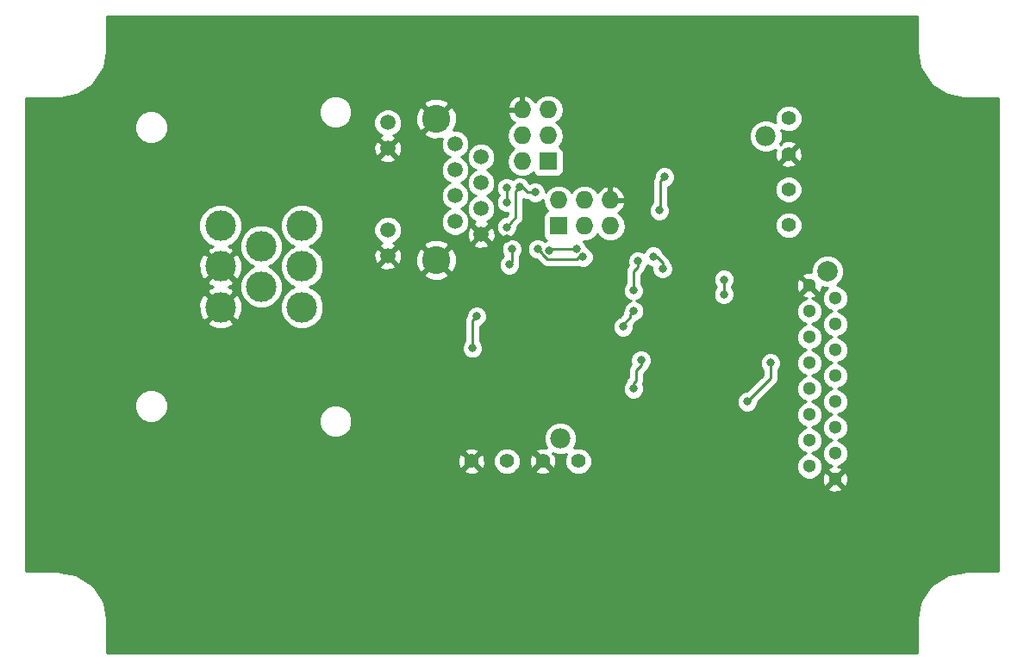
<source format=gbr>
G04 #@! TF.GenerationSoftware,KiCad,Pcbnew,5.0-dev-unknown-dd04bcb~61~ubuntu16.04.1*
G04 #@! TF.CreationDate,2018-03-08T21:33:43-05:00*
G04 #@! TF.ProjectId,etc.,6574632E2E6B696361645F7063620000,rev?*
G04 #@! TF.SameCoordinates,Original*
G04 #@! TF.FileFunction,Copper,L2,Bot,Signal*
G04 #@! TF.FilePolarity,Positive*
%FSLAX46Y46*%
G04 Gerber Fmt 4.6, Leading zero omitted, Abs format (unit mm)*
G04 Created by KiCad (PCBNEW 5.0-dev-unknown-dd04bcb~61~ubuntu16.04.1) date Thu Mar  8 21:33:43 2018*
%MOMM*%
%LPD*%
G01*
G04 APERTURE LIST*
%ADD10C,1.500000*%
%ADD11C,2.750000*%
%ADD12O,1.727200X1.727200*%
%ADD13R,1.727200X1.727200*%
%ADD14C,1.300000*%
%ADD15C,2.000000*%
%ADD16C,1.397000*%
%ADD17C,1.981000*%
%ADD18C,3.000000*%
%ADD19C,0.609600*%
%ADD20C,0.800000*%
%ADD21C,0.250000*%
%ADD22C,0.254000*%
G04 APERTURE END LIST*
D10*
X117896529Y-31671503D03*
X117896529Y-34211503D03*
X117896529Y-44771503D03*
X117896529Y-42231503D03*
X124526529Y-33771503D03*
X124526529Y-36311503D03*
X124526529Y-38851503D03*
X124526529Y-41391503D03*
X127066529Y-35041503D03*
X127066529Y-37581503D03*
X127066529Y-40121503D03*
X127066529Y-42661503D03*
D11*
X122646529Y-31271503D03*
X122646529Y-45171503D03*
D12*
X131104529Y-30401503D03*
X133644529Y-30401503D03*
X131104529Y-32941503D03*
X133644529Y-32941503D03*
X131104529Y-35481503D03*
D13*
X133644529Y-35481503D03*
D14*
X159298529Y-52753503D03*
X159298529Y-50213503D03*
X159298529Y-47673503D03*
X159298529Y-55293503D03*
X161838529Y-48943503D03*
X161838529Y-51483503D03*
X161838529Y-54023503D03*
X161838529Y-56563503D03*
X159298529Y-57833503D03*
X161838529Y-59103503D03*
X159298529Y-60373503D03*
X161838529Y-61643503D03*
X159298529Y-62913503D03*
X161838529Y-64183503D03*
X159298529Y-65453503D03*
X161838529Y-66723503D03*
D15*
X161098529Y-46273503D03*
D16*
X126108529Y-64945503D03*
X129608529Y-64945503D03*
D17*
X134858529Y-62715503D03*
D16*
X136608529Y-64945503D03*
X133108529Y-64945503D03*
X157266529Y-34747503D03*
X157266529Y-31247503D03*
D17*
X155036529Y-32997503D03*
D16*
X157266529Y-38247503D03*
X157266529Y-41747503D03*
D13*
X134660529Y-41831503D03*
D12*
X134660529Y-39291503D03*
X137200529Y-41831503D03*
X137200529Y-39291503D03*
X139740529Y-41831503D03*
X139740529Y-39291503D03*
D18*
X109458529Y-45809503D03*
X109458529Y-41809503D03*
X105458529Y-43809503D03*
X101458529Y-41809503D03*
X101458529Y-45809503D03*
X109458529Y-49809503D03*
X105458529Y-47809503D03*
X101458529Y-49809503D03*
D19*
X139700000Y-50292000D03*
X99314000Y-64008000D03*
X101386529Y-68247503D03*
X100092529Y-78153503D03*
X123992529Y-73073503D03*
X118116833Y-68636823D03*
X117100833Y-73716823D03*
X111004833Y-72446823D03*
X109480833Y-75494823D03*
X152186529Y-64691503D03*
D20*
X151678529Y-45641504D03*
X149138529Y-28369503D03*
X132374529Y-45641503D03*
X128310529Y-58849503D03*
X118658529Y-48181503D03*
X142771782Y-55022756D03*
X142026529Y-57833503D03*
X157012529Y-66977503D03*
X147360529Y-60881503D03*
X151424529Y-57325503D03*
X145836529Y-56055503D03*
X156930681Y-53343351D03*
X129580529Y-43101503D03*
X136570182Y-28501156D03*
X138216529Y-35735503D03*
X138126333Y-33678005D03*
X129834529Y-45641503D03*
X130088529Y-44096512D03*
X153202529Y-59103503D03*
X155488529Y-55293503D03*
X129580529Y-41921504D03*
X130850529Y-38021503D03*
X130850529Y-38021503D03*
X139740529Y-41831503D03*
X143978977Y-44799951D03*
X144877283Y-46021504D03*
X137085100Y-44880359D03*
X132628529Y-44096512D03*
X150916529Y-48538061D03*
X150916529Y-47088061D03*
X141010529Y-51737503D03*
X142060025Y-50180007D03*
X142026529Y-48181503D03*
X142454977Y-45298645D03*
X144566529Y-40307503D03*
X145074529Y-37005503D03*
X126216466Y-53831566D03*
X126626261Y-50688955D03*
X133766876Y-44249156D03*
X136438529Y-44117503D03*
X129580529Y-38058503D03*
X129580529Y-39508503D03*
X132374529Y-38529503D03*
D21*
X142788529Y-55039503D02*
X142771782Y-55022756D01*
X142788529Y-55547503D02*
X142788529Y-55039503D01*
X142280529Y-56055503D02*
X142788529Y-55547503D01*
X142280529Y-57013818D02*
X142280529Y-56055503D01*
X142026529Y-57833503D02*
X142026529Y-57267818D01*
X142026529Y-57267818D02*
X142280529Y-57013818D01*
X130088529Y-45387503D02*
X129834529Y-45641503D01*
X130088529Y-44096512D02*
X130088529Y-45387503D01*
X155488529Y-56817503D02*
X153202529Y-59103503D01*
X155488529Y-55293503D02*
X155488529Y-56817503D01*
X130450530Y-40961502D02*
X129580529Y-41921504D01*
X129580529Y-41831503D02*
X129580529Y-41921504D01*
X130850529Y-38021503D02*
X130450530Y-38421502D01*
X130450530Y-38421502D02*
X130450530Y-40961502D01*
X131104529Y-38021503D02*
X130850529Y-38021503D01*
X131612529Y-38529503D02*
X131104529Y-38021503D01*
X132374529Y-38529503D02*
X131612529Y-38529503D01*
X144058529Y-44879503D02*
X143978977Y-44799951D01*
X144300967Y-44879503D02*
X144058529Y-44879503D01*
X144877283Y-46021504D02*
X144877283Y-45455819D01*
X144877283Y-45455819D02*
X144300967Y-44879503D01*
X136691673Y-44880359D02*
X137085100Y-44880359D01*
X136438529Y-45133503D02*
X136691673Y-44880359D01*
X133578221Y-45133503D02*
X134152529Y-45133503D01*
X134152529Y-45133503D02*
X134406529Y-45133503D01*
X134152529Y-45133503D02*
X136438529Y-45133503D01*
X133028528Y-44496511D02*
X133028528Y-44583810D01*
X132628529Y-44096512D02*
X133028528Y-44496511D01*
X133028528Y-44583810D02*
X133578221Y-45133503D01*
X150916529Y-47088061D02*
X150916529Y-48538061D01*
X150916529Y-48435503D02*
X150916529Y-48538061D01*
X141010529Y-51483503D02*
X141010529Y-51737503D01*
X141660026Y-50834006D02*
X141010529Y-51483503D01*
X142060025Y-50180007D02*
X141660026Y-50580006D01*
X141660026Y-50580006D02*
X141660026Y-50834006D01*
X142026529Y-47927503D02*
X142026529Y-48181503D01*
X142026529Y-46292778D02*
X142026529Y-47927503D01*
X142454977Y-45298645D02*
X142454977Y-45864330D01*
X142454977Y-45864330D02*
X142026529Y-46292778D01*
X144674530Y-40199502D02*
X144566529Y-40307503D01*
X145074529Y-37005503D02*
X144674530Y-37405502D01*
X144674530Y-37405502D02*
X144674530Y-40199502D01*
X126216466Y-53727032D02*
X126216466Y-53831566D01*
X126226262Y-53717236D02*
X126216466Y-53727032D01*
X126626261Y-50688955D02*
X126226262Y-51088954D01*
X126226262Y-51088954D02*
X126226262Y-53717236D01*
X133898529Y-44117503D02*
X133766876Y-44249156D01*
X135872844Y-44117503D02*
X133898529Y-44117503D01*
X136438529Y-44117503D02*
X135872844Y-44117503D01*
X129580529Y-38942818D02*
X129580529Y-38058503D01*
X129580529Y-39508503D02*
X129580529Y-38942818D01*
D22*
G36*
X169863000Y-24590387D02*
X169877123Y-24661388D01*
X169877123Y-24661391D01*
X170181605Y-26192125D01*
X170181605Y-26192126D01*
X170291352Y-26457078D01*
X171158443Y-27754771D01*
X171361229Y-27957557D01*
X172658922Y-28824648D01*
X172923875Y-28934395D01*
X174454609Y-29238877D01*
X174454611Y-29238877D01*
X174525612Y-29253000D01*
X177863000Y-29253000D01*
X177863001Y-75783000D01*
X174525612Y-75783000D01*
X174454611Y-75797123D01*
X174454609Y-75797123D01*
X172923875Y-76101605D01*
X172658922Y-76211352D01*
X171361229Y-77078443D01*
X171158443Y-77281229D01*
X170291352Y-78578922D01*
X170181605Y-78843874D01*
X169877123Y-80374609D01*
X169877123Y-80374612D01*
X169863000Y-80445613D01*
X169863001Y-83783000D01*
X90333000Y-83783000D01*
X90333000Y-80445612D01*
X90318877Y-80374609D01*
X90014395Y-78843875D01*
X89904648Y-78578922D01*
X89037557Y-77281229D01*
X88834771Y-77078443D01*
X87537078Y-76211352D01*
X87272126Y-76101605D01*
X85741391Y-75797123D01*
X85741389Y-75797123D01*
X85670388Y-75783000D01*
X82333000Y-75783000D01*
X82333000Y-67622519D01*
X161119119Y-67622519D01*
X161174800Y-67853114D01*
X161657607Y-68021125D01*
X162167957Y-67991586D01*
X162502258Y-67853114D01*
X162557939Y-67622519D01*
X161838529Y-66903108D01*
X161119119Y-67622519D01*
X82333000Y-67622519D01*
X82333000Y-65879691D01*
X125353946Y-65879691D01*
X125415600Y-66115303D01*
X125916009Y-66291430D01*
X126445728Y-66262651D01*
X126801458Y-66115303D01*
X126863112Y-65879691D01*
X126108529Y-65125108D01*
X125353946Y-65879691D01*
X82333000Y-65879691D01*
X82333000Y-64752983D01*
X124762602Y-64752983D01*
X124791381Y-65282702D01*
X124938729Y-65638432D01*
X125174341Y-65700086D01*
X125928924Y-64945503D01*
X126288134Y-64945503D01*
X127042717Y-65700086D01*
X127278329Y-65638432D01*
X127454456Y-65138023D01*
X127429586Y-64680253D01*
X128275029Y-64680253D01*
X128275029Y-65210753D01*
X128478042Y-65700870D01*
X128853162Y-66075990D01*
X129343279Y-66279003D01*
X129873779Y-66279003D01*
X130363896Y-66075990D01*
X130560195Y-65879691D01*
X132353946Y-65879691D01*
X132415600Y-66115303D01*
X132916009Y-66291430D01*
X133445728Y-66262651D01*
X133801458Y-66115303D01*
X133863112Y-65879691D01*
X133108529Y-65125108D01*
X132353946Y-65879691D01*
X130560195Y-65879691D01*
X130739016Y-65700870D01*
X130942029Y-65210753D01*
X130942029Y-64752983D01*
X131762602Y-64752983D01*
X131791381Y-65282702D01*
X131938729Y-65638432D01*
X132174341Y-65700086D01*
X132928924Y-64945503D01*
X132174341Y-64190920D01*
X131938729Y-64252574D01*
X131762602Y-64752983D01*
X130942029Y-64752983D01*
X130942029Y-64680253D01*
X130739016Y-64190136D01*
X130560195Y-64011315D01*
X132353946Y-64011315D01*
X133108529Y-64765898D01*
X133122672Y-64751756D01*
X133302277Y-64931361D01*
X133288134Y-64945503D01*
X134042717Y-65700086D01*
X134278329Y-65638432D01*
X134454456Y-65138023D01*
X134425677Y-64608304D01*
X134278329Y-64252574D01*
X134042719Y-64190921D01*
X134080839Y-64152801D01*
X134535197Y-64341003D01*
X135181861Y-64341003D01*
X135463950Y-64224158D01*
X135275029Y-64680253D01*
X135275029Y-65210753D01*
X135478042Y-65700870D01*
X135853162Y-66075990D01*
X136343279Y-66279003D01*
X136873779Y-66279003D01*
X137363896Y-66075990D01*
X137739016Y-65700870D01*
X137942029Y-65210753D01*
X137942029Y-64680253D01*
X137739016Y-64190136D01*
X137363896Y-63815016D01*
X136873779Y-63612003D01*
X136343279Y-63612003D01*
X136202535Y-63670301D01*
X136236561Y-63636275D01*
X136484029Y-63038835D01*
X136484029Y-62392171D01*
X136236561Y-61794731D01*
X135779301Y-61337471D01*
X135181861Y-61090003D01*
X134535197Y-61090003D01*
X133937757Y-61337471D01*
X133480497Y-61794731D01*
X133233029Y-62392171D01*
X133233029Y-63038835D01*
X133480497Y-63636275D01*
X133521329Y-63677107D01*
X133301049Y-63599576D01*
X132771330Y-63628355D01*
X132415600Y-63775703D01*
X132353946Y-64011315D01*
X130560195Y-64011315D01*
X130363896Y-63815016D01*
X129873779Y-63612003D01*
X129343279Y-63612003D01*
X128853162Y-63815016D01*
X128478042Y-64190136D01*
X128275029Y-64680253D01*
X127429586Y-64680253D01*
X127425677Y-64608304D01*
X127278329Y-64252574D01*
X127042717Y-64190920D01*
X126288134Y-64945503D01*
X125928924Y-64945503D01*
X125174341Y-64190920D01*
X124938729Y-64252574D01*
X124762602Y-64752983D01*
X82333000Y-64752983D01*
X82333000Y-64011315D01*
X125353946Y-64011315D01*
X126108529Y-64765898D01*
X126863112Y-64011315D01*
X126801458Y-63775703D01*
X126301049Y-63599576D01*
X125771330Y-63628355D01*
X125415600Y-63775703D01*
X125353946Y-64011315D01*
X82333000Y-64011315D01*
X82333000Y-59184281D01*
X93023529Y-59184281D01*
X93023529Y-59834725D01*
X93272443Y-60435656D01*
X93732376Y-60895589D01*
X94333307Y-61144503D01*
X94983751Y-61144503D01*
X95584682Y-60895589D01*
X95795990Y-60684281D01*
X111123529Y-60684281D01*
X111123529Y-61334725D01*
X111372443Y-61935656D01*
X111832376Y-62395589D01*
X112433307Y-62644503D01*
X113083751Y-62644503D01*
X113684682Y-62395589D01*
X114144615Y-61935656D01*
X114393529Y-61334725D01*
X114393529Y-60684281D01*
X114144615Y-60083350D01*
X113684682Y-59623417D01*
X113083751Y-59374503D01*
X112433307Y-59374503D01*
X111832376Y-59623417D01*
X111372443Y-60083350D01*
X111123529Y-60684281D01*
X95795990Y-60684281D01*
X96044615Y-60435656D01*
X96293529Y-59834725D01*
X96293529Y-59184281D01*
X96174794Y-58897629D01*
X152167529Y-58897629D01*
X152167529Y-59309377D01*
X152325098Y-59689783D01*
X152616249Y-59980934D01*
X152996655Y-60138503D01*
X153408403Y-60138503D01*
X153788809Y-59980934D01*
X154079960Y-59689783D01*
X154237529Y-59309377D01*
X154237529Y-59143304D01*
X155973002Y-57407832D01*
X156036458Y-57365432D01*
X156204433Y-57114040D01*
X156248529Y-56892355D01*
X156248529Y-56892351D01*
X156263417Y-56817504D01*
X156248529Y-56742657D01*
X156248529Y-55997214D01*
X156365960Y-55879783D01*
X156523529Y-55499377D01*
X156523529Y-55087629D01*
X156365960Y-54707223D01*
X156074809Y-54416072D01*
X155694403Y-54258503D01*
X155282655Y-54258503D01*
X154902249Y-54416072D01*
X154611098Y-54707223D01*
X154453529Y-55087629D01*
X154453529Y-55499377D01*
X154611098Y-55879783D01*
X154728529Y-55997214D01*
X154728530Y-56502700D01*
X153162728Y-58068503D01*
X152996655Y-58068503D01*
X152616249Y-58226072D01*
X152325098Y-58517223D01*
X152167529Y-58897629D01*
X96174794Y-58897629D01*
X96044615Y-58583350D01*
X95584682Y-58123417D01*
X94983751Y-57874503D01*
X94333307Y-57874503D01*
X93732376Y-58123417D01*
X93272443Y-58583350D01*
X93023529Y-59184281D01*
X82333000Y-59184281D01*
X82333000Y-57627629D01*
X140991529Y-57627629D01*
X140991529Y-58039377D01*
X141149098Y-58419783D01*
X141440249Y-58710934D01*
X141820655Y-58868503D01*
X142232403Y-58868503D01*
X142612809Y-58710934D01*
X142903960Y-58419783D01*
X143061529Y-58039377D01*
X143061529Y-57627629D01*
X142955491Y-57371629D01*
X142996433Y-57310355D01*
X143040529Y-57088670D01*
X143040529Y-57088666D01*
X143055417Y-57013819D01*
X143040529Y-56938972D01*
X143040529Y-56370305D01*
X143273004Y-56137830D01*
X143336458Y-56095432D01*
X143378856Y-56031979D01*
X143378858Y-56031977D01*
X143504432Y-55844041D01*
X143504433Y-55844040D01*
X143526836Y-55731413D01*
X143649213Y-55609036D01*
X143806782Y-55228630D01*
X143806782Y-54816882D01*
X143649213Y-54436476D01*
X143358062Y-54145325D01*
X142977656Y-53987756D01*
X142565908Y-53987756D01*
X142185502Y-54145325D01*
X141894351Y-54436476D01*
X141736782Y-54816882D01*
X141736782Y-55228630D01*
X141823425Y-55437805D01*
X141796056Y-55465175D01*
X141732601Y-55507574D01*
X141690201Y-55571030D01*
X141690200Y-55571031D01*
X141564626Y-55758966D01*
X141505641Y-56055503D01*
X141520530Y-56130354D01*
X141520529Y-56691873D01*
X141478601Y-56719889D01*
X141310625Y-56971281D01*
X141282215Y-57114106D01*
X141149098Y-57247223D01*
X140991529Y-57627629D01*
X82333000Y-57627629D01*
X82333000Y-53625692D01*
X125181466Y-53625692D01*
X125181466Y-54037440D01*
X125339035Y-54417846D01*
X125630186Y-54708997D01*
X126010592Y-54866566D01*
X126422340Y-54866566D01*
X126802746Y-54708997D01*
X127093897Y-54417846D01*
X127251466Y-54037440D01*
X127251466Y-53625692D01*
X127093897Y-53245286D01*
X126986262Y-53137651D01*
X126986262Y-51660114D01*
X127212541Y-51566386D01*
X127247298Y-51531629D01*
X139975529Y-51531629D01*
X139975529Y-51943377D01*
X140133098Y-52323783D01*
X140424249Y-52614934D01*
X140804655Y-52772503D01*
X141216403Y-52772503D01*
X141596809Y-52614934D01*
X141887960Y-52323783D01*
X142045529Y-51943377D01*
X142045529Y-51531629D01*
X142043091Y-51525743D01*
X142144501Y-51424334D01*
X142207955Y-51381935D01*
X142250353Y-51318482D01*
X142250355Y-51318480D01*
X142340002Y-51184312D01*
X142646305Y-51057438D01*
X142937456Y-50766287D01*
X143095025Y-50385881D01*
X143095025Y-49974133D01*
X143088302Y-49957901D01*
X158013529Y-49957901D01*
X158013529Y-50469105D01*
X158209158Y-50941397D01*
X158570635Y-51302874D01*
X159006714Y-51483503D01*
X158570635Y-51664132D01*
X158209158Y-52025609D01*
X158013529Y-52497901D01*
X158013529Y-53009105D01*
X158209158Y-53481397D01*
X158570635Y-53842874D01*
X159006714Y-54023503D01*
X158570635Y-54204132D01*
X158209158Y-54565609D01*
X158013529Y-55037901D01*
X158013529Y-55549105D01*
X158209158Y-56021397D01*
X158570635Y-56382874D01*
X159006714Y-56563503D01*
X158570635Y-56744132D01*
X158209158Y-57105609D01*
X158013529Y-57577901D01*
X158013529Y-58089105D01*
X158209158Y-58561397D01*
X158570635Y-58922874D01*
X159006714Y-59103503D01*
X158570635Y-59284132D01*
X158209158Y-59645609D01*
X158013529Y-60117901D01*
X158013529Y-60629105D01*
X158209158Y-61101397D01*
X158570635Y-61462874D01*
X159006714Y-61643503D01*
X158570635Y-61824132D01*
X158209158Y-62185609D01*
X158013529Y-62657901D01*
X158013529Y-63169105D01*
X158209158Y-63641397D01*
X158570635Y-64002874D01*
X159006714Y-64183503D01*
X158570635Y-64364132D01*
X158209158Y-64725609D01*
X158013529Y-65197901D01*
X158013529Y-65709105D01*
X158209158Y-66181397D01*
X158570635Y-66542874D01*
X159042927Y-66738503D01*
X159554131Y-66738503D01*
X160026423Y-66542874D01*
X160026716Y-66542581D01*
X160540907Y-66542581D01*
X160570446Y-67052931D01*
X160708918Y-67387232D01*
X160939513Y-67442913D01*
X161658924Y-66723503D01*
X162018134Y-66723503D01*
X162737545Y-67442913D01*
X162968140Y-67387232D01*
X163136151Y-66904425D01*
X163106612Y-66394075D01*
X162968140Y-66059774D01*
X162737545Y-66004093D01*
X162018134Y-66723503D01*
X161658924Y-66723503D01*
X160939513Y-66004093D01*
X160708918Y-66059774D01*
X160540907Y-66542581D01*
X160026716Y-66542581D01*
X160387900Y-66181397D01*
X160583529Y-65709105D01*
X160583529Y-65197901D01*
X160387900Y-64725609D01*
X160026423Y-64364132D01*
X159590344Y-64183503D01*
X160026423Y-64002874D01*
X160387900Y-63641397D01*
X160583529Y-63169105D01*
X160583529Y-62657901D01*
X160387900Y-62185609D01*
X160026423Y-61824132D01*
X159590344Y-61643503D01*
X160026423Y-61462874D01*
X160387900Y-61101397D01*
X160583529Y-60629105D01*
X160583529Y-60117901D01*
X160387900Y-59645609D01*
X160026423Y-59284132D01*
X159590344Y-59103503D01*
X160026423Y-58922874D01*
X160387900Y-58561397D01*
X160583529Y-58089105D01*
X160583529Y-57577901D01*
X160387900Y-57105609D01*
X160026423Y-56744132D01*
X159590344Y-56563503D01*
X160026423Y-56382874D01*
X160387900Y-56021397D01*
X160583529Y-55549105D01*
X160583529Y-55037901D01*
X160387900Y-54565609D01*
X160026423Y-54204132D01*
X159590344Y-54023503D01*
X160026423Y-53842874D01*
X160387900Y-53481397D01*
X160583529Y-53009105D01*
X160583529Y-52497901D01*
X160387900Y-52025609D01*
X160026423Y-51664132D01*
X159590344Y-51483503D01*
X160026423Y-51302874D01*
X160387900Y-50941397D01*
X160583529Y-50469105D01*
X160583529Y-49957901D01*
X160387900Y-49485609D01*
X160026423Y-49124132D01*
X159590895Y-48943731D01*
X159627957Y-48941586D01*
X159962258Y-48803114D01*
X160017939Y-48572519D01*
X159298529Y-47853108D01*
X158579119Y-48572519D01*
X158634800Y-48803114D01*
X159021103Y-48937543D01*
X158570635Y-49124132D01*
X158209158Y-49485609D01*
X158013529Y-49957901D01*
X143088302Y-49957901D01*
X142937456Y-49593727D01*
X142646305Y-49302576D01*
X142335454Y-49173818D01*
X142612809Y-49058934D01*
X142903960Y-48767783D01*
X143061529Y-48387377D01*
X143061529Y-47975629D01*
X142903960Y-47595223D01*
X142786529Y-47477792D01*
X142786529Y-46607579D01*
X142939447Y-46454661D01*
X143002906Y-46412259D01*
X143170881Y-46160867D01*
X143199291Y-46018042D01*
X143332408Y-45884925D01*
X143414615Y-45686461D01*
X143773103Y-45834951D01*
X143842283Y-45834951D01*
X143842283Y-46227378D01*
X143999852Y-46607784D01*
X144291003Y-46898935D01*
X144671409Y-47056504D01*
X145083157Y-47056504D01*
X145463563Y-46898935D01*
X145480311Y-46882187D01*
X149881529Y-46882187D01*
X149881529Y-47293935D01*
X150039098Y-47674341D01*
X150156529Y-47791772D01*
X150156530Y-47834349D01*
X150039098Y-47951781D01*
X149881529Y-48332187D01*
X149881529Y-48743935D01*
X150039098Y-49124341D01*
X150330249Y-49415492D01*
X150710655Y-49573061D01*
X151122403Y-49573061D01*
X151502809Y-49415492D01*
X151793960Y-49124341D01*
X151951529Y-48743935D01*
X151951529Y-48332187D01*
X151793960Y-47951781D01*
X151676529Y-47834350D01*
X151676529Y-47791772D01*
X151793960Y-47674341D01*
X151869247Y-47492581D01*
X158000907Y-47492581D01*
X158030446Y-48002931D01*
X158168918Y-48337232D01*
X158399513Y-48392913D01*
X159118924Y-47673503D01*
X158399513Y-46954093D01*
X158168918Y-47009774D01*
X158000907Y-47492581D01*
X151869247Y-47492581D01*
X151951529Y-47293935D01*
X151951529Y-46882187D01*
X151906919Y-46774487D01*
X158579119Y-46774487D01*
X159298529Y-47493898D01*
X159312672Y-47479756D01*
X159492277Y-47659361D01*
X159478134Y-47673503D01*
X160197545Y-48392913D01*
X160428140Y-48337232D01*
X160596151Y-47854425D01*
X160595006Y-47834648D01*
X160773307Y-47908503D01*
X161056264Y-47908503D01*
X160749158Y-48215609D01*
X160553529Y-48687901D01*
X160553529Y-49199105D01*
X160749158Y-49671397D01*
X161110635Y-50032874D01*
X161546714Y-50213503D01*
X161110635Y-50394132D01*
X160749158Y-50755609D01*
X160553529Y-51227901D01*
X160553529Y-51739105D01*
X160749158Y-52211397D01*
X161110635Y-52572874D01*
X161546714Y-52753503D01*
X161110635Y-52934132D01*
X160749158Y-53295609D01*
X160553529Y-53767901D01*
X160553529Y-54279105D01*
X160749158Y-54751397D01*
X161110635Y-55112874D01*
X161546714Y-55293503D01*
X161110635Y-55474132D01*
X160749158Y-55835609D01*
X160553529Y-56307901D01*
X160553529Y-56819105D01*
X160749158Y-57291397D01*
X161110635Y-57652874D01*
X161546714Y-57833503D01*
X161110635Y-58014132D01*
X160749158Y-58375609D01*
X160553529Y-58847901D01*
X160553529Y-59359105D01*
X160749158Y-59831397D01*
X161110635Y-60192874D01*
X161546714Y-60373503D01*
X161110635Y-60554132D01*
X160749158Y-60915609D01*
X160553529Y-61387901D01*
X160553529Y-61899105D01*
X160749158Y-62371397D01*
X161110635Y-62732874D01*
X161546714Y-62913503D01*
X161110635Y-63094132D01*
X160749158Y-63455609D01*
X160553529Y-63927901D01*
X160553529Y-64439105D01*
X160749158Y-64911397D01*
X161110635Y-65272874D01*
X161546163Y-65453275D01*
X161509101Y-65455420D01*
X161174800Y-65593892D01*
X161119119Y-65824487D01*
X161838529Y-66543898D01*
X162557939Y-65824487D01*
X162502258Y-65593892D01*
X162115955Y-65459463D01*
X162566423Y-65272874D01*
X162927900Y-64911397D01*
X163123529Y-64439105D01*
X163123529Y-63927901D01*
X162927900Y-63455609D01*
X162566423Y-63094132D01*
X162130344Y-62913503D01*
X162566423Y-62732874D01*
X162927900Y-62371397D01*
X163123529Y-61899105D01*
X163123529Y-61387901D01*
X162927900Y-60915609D01*
X162566423Y-60554132D01*
X162130344Y-60373503D01*
X162566423Y-60192874D01*
X162927900Y-59831397D01*
X163123529Y-59359105D01*
X163123529Y-58847901D01*
X162927900Y-58375609D01*
X162566423Y-58014132D01*
X162130344Y-57833503D01*
X162566423Y-57652874D01*
X162927900Y-57291397D01*
X163123529Y-56819105D01*
X163123529Y-56307901D01*
X162927900Y-55835609D01*
X162566423Y-55474132D01*
X162130344Y-55293503D01*
X162566423Y-55112874D01*
X162927900Y-54751397D01*
X163123529Y-54279105D01*
X163123529Y-53767901D01*
X162927900Y-53295609D01*
X162566423Y-52934132D01*
X162130344Y-52753503D01*
X162566423Y-52572874D01*
X162927900Y-52211397D01*
X163123529Y-51739105D01*
X163123529Y-51227901D01*
X162927900Y-50755609D01*
X162566423Y-50394132D01*
X162130344Y-50213503D01*
X162566423Y-50032874D01*
X162927900Y-49671397D01*
X163123529Y-49199105D01*
X163123529Y-48687901D01*
X162927900Y-48215609D01*
X162566423Y-47854132D01*
X162094131Y-47658503D01*
X162025768Y-47658503D01*
X162484615Y-47199656D01*
X162733529Y-46598725D01*
X162733529Y-45948281D01*
X162484615Y-45347350D01*
X162024682Y-44887417D01*
X161423751Y-44638503D01*
X160773307Y-44638503D01*
X160172376Y-44887417D01*
X159712443Y-45347350D01*
X159463529Y-45948281D01*
X159463529Y-46376803D01*
X158969101Y-46405420D01*
X158634800Y-46543892D01*
X158579119Y-46774487D01*
X151906919Y-46774487D01*
X151793960Y-46501781D01*
X151502809Y-46210630D01*
X151122403Y-46053061D01*
X150710655Y-46053061D01*
X150330249Y-46210630D01*
X150039098Y-46501781D01*
X149881529Y-46882187D01*
X145480311Y-46882187D01*
X145754714Y-46607784D01*
X145912283Y-46227378D01*
X145912283Y-45815630D01*
X145754714Y-45435224D01*
X145621597Y-45302107D01*
X145593187Y-45159282D01*
X145425212Y-44907890D01*
X145361756Y-44865490D01*
X144959979Y-44463714D01*
X144856408Y-44213671D01*
X144565257Y-43922520D01*
X144184851Y-43764951D01*
X143773103Y-43764951D01*
X143392697Y-43922520D01*
X143101546Y-44213671D01*
X143019339Y-44412135D01*
X142660851Y-44263645D01*
X142249103Y-44263645D01*
X141868697Y-44421214D01*
X141577546Y-44712365D01*
X141419977Y-45092771D01*
X141419977Y-45504519D01*
X141510653Y-45723432D01*
X141478600Y-45744849D01*
X141310625Y-45996242D01*
X141266529Y-46217927D01*
X141266529Y-46217931D01*
X141251641Y-46292778D01*
X141266529Y-46367625D01*
X141266530Y-47477791D01*
X141149098Y-47595223D01*
X140991529Y-47975629D01*
X140991529Y-48387377D01*
X141149098Y-48767783D01*
X141440249Y-49058934D01*
X141751100Y-49187692D01*
X141473745Y-49302576D01*
X141182594Y-49593727D01*
X141025025Y-49974133D01*
X141025025Y-50162390D01*
X140944122Y-50283470D01*
X140900026Y-50505155D01*
X140900026Y-50505159D01*
X140896539Y-50522691D01*
X140654553Y-50764677D01*
X140424249Y-50860072D01*
X140133098Y-51151223D01*
X139975529Y-51531629D01*
X127247298Y-51531629D01*
X127503692Y-51275235D01*
X127661261Y-50894829D01*
X127661261Y-50483081D01*
X127503692Y-50102675D01*
X127212541Y-49811524D01*
X126832135Y-49653955D01*
X126420387Y-49653955D01*
X126039981Y-49811524D01*
X125748830Y-50102675D01*
X125591261Y-50483081D01*
X125591261Y-50671338D01*
X125510358Y-50792418D01*
X125466262Y-51014103D01*
X125466262Y-51014107D01*
X125451374Y-51088954D01*
X125466262Y-51163801D01*
X125466263Y-53118058D01*
X125339035Y-53245286D01*
X125181466Y-53625692D01*
X82333000Y-53625692D01*
X82333000Y-51323473D01*
X100124164Y-51323473D01*
X100283947Y-51642242D01*
X101074716Y-51952226D01*
X101923916Y-51936000D01*
X102633111Y-51642242D01*
X102792894Y-51323473D01*
X101458529Y-49989108D01*
X100124164Y-51323473D01*
X82333000Y-51323473D01*
X82333000Y-49425690D01*
X99315806Y-49425690D01*
X99332032Y-50274890D01*
X99625790Y-50984085D01*
X99944559Y-51143868D01*
X101278924Y-49809503D01*
X101638134Y-49809503D01*
X102972499Y-51143868D01*
X103291268Y-50984085D01*
X103601252Y-50193316D01*
X103585026Y-49344116D01*
X103291268Y-48634921D01*
X102972499Y-48475138D01*
X101638134Y-49809503D01*
X101278924Y-49809503D01*
X99944559Y-48475138D01*
X99625790Y-48634921D01*
X99315806Y-49425690D01*
X82333000Y-49425690D01*
X82333000Y-47323473D01*
X100124164Y-47323473D01*
X100283947Y-47642242D01*
X100698875Y-47804895D01*
X100283947Y-47976764D01*
X100124164Y-48295533D01*
X101458529Y-49629898D01*
X102792894Y-48295533D01*
X102633111Y-47976764D01*
X102218183Y-47814111D01*
X102633111Y-47642242D01*
X102792894Y-47323473D01*
X101458529Y-45989108D01*
X100124164Y-47323473D01*
X82333000Y-47323473D01*
X82333000Y-45425690D01*
X99315806Y-45425690D01*
X99332032Y-46274890D01*
X99625790Y-46984085D01*
X99944559Y-47143868D01*
X101278924Y-45809503D01*
X101638134Y-45809503D01*
X102972499Y-47143868D01*
X103291268Y-46984085D01*
X103601252Y-46193316D01*
X103585026Y-45344116D01*
X103291268Y-44634921D01*
X102972499Y-44475138D01*
X101638134Y-45809503D01*
X101278924Y-45809503D01*
X99944559Y-44475138D01*
X99625790Y-44634921D01*
X99315806Y-45425690D01*
X82333000Y-45425690D01*
X82333000Y-41384825D01*
X99323529Y-41384825D01*
X99323529Y-42234181D01*
X99648563Y-43018883D01*
X100249149Y-43619469D01*
X100697841Y-43805323D01*
X100283947Y-43976764D01*
X100124164Y-44295533D01*
X101458529Y-45629898D01*
X102792894Y-44295533D01*
X102633111Y-43976764D01*
X102207814Y-43810046D01*
X102667909Y-43619469D01*
X102902553Y-43384825D01*
X103323529Y-43384825D01*
X103323529Y-44234181D01*
X103648563Y-45018883D01*
X104249149Y-45619469D01*
X104707932Y-45809503D01*
X104249149Y-45999537D01*
X103648563Y-46600123D01*
X103323529Y-47384825D01*
X103323529Y-48234181D01*
X103648563Y-49018883D01*
X104249149Y-49619469D01*
X105033851Y-49944503D01*
X105883207Y-49944503D01*
X106667909Y-49619469D01*
X107268495Y-49018883D01*
X107593529Y-48234181D01*
X107593529Y-47384825D01*
X107268495Y-46600123D01*
X106667909Y-45999537D01*
X106209126Y-45809503D01*
X106667909Y-45619469D01*
X107268495Y-45018883D01*
X107593529Y-44234181D01*
X107593529Y-43384825D01*
X107268495Y-42600123D01*
X106667909Y-41999537D01*
X105883207Y-41674503D01*
X105033851Y-41674503D01*
X104249149Y-41999537D01*
X103648563Y-42600123D01*
X103323529Y-43384825D01*
X102902553Y-43384825D01*
X103268495Y-43018883D01*
X103593529Y-42234181D01*
X103593529Y-41384825D01*
X107323529Y-41384825D01*
X107323529Y-42234181D01*
X107648563Y-43018883D01*
X108249149Y-43619469D01*
X108707932Y-43809503D01*
X108249149Y-43999537D01*
X107648563Y-44600123D01*
X107323529Y-45384825D01*
X107323529Y-46234181D01*
X107648563Y-47018883D01*
X108249149Y-47619469D01*
X108707932Y-47809503D01*
X108249149Y-47999537D01*
X107648563Y-48600123D01*
X107323529Y-49384825D01*
X107323529Y-50234181D01*
X107648563Y-51018883D01*
X108249149Y-51619469D01*
X109033851Y-51944503D01*
X109883207Y-51944503D01*
X110667909Y-51619469D01*
X111268495Y-51018883D01*
X111593529Y-50234181D01*
X111593529Y-49384825D01*
X111268495Y-48600123D01*
X110667909Y-47999537D01*
X110209126Y-47809503D01*
X110667909Y-47619469D01*
X111268495Y-47018883D01*
X111444005Y-46595162D01*
X121402475Y-46595162D01*
X121546996Y-46900947D01*
X122292522Y-47190074D01*
X123091943Y-47171892D01*
X123746062Y-46900947D01*
X123890583Y-46595162D01*
X122646529Y-45351108D01*
X121402475Y-46595162D01*
X111444005Y-46595162D01*
X111593529Y-46234181D01*
X111593529Y-45743020D01*
X117104617Y-45743020D01*
X117172606Y-45983963D01*
X117691700Y-46168704D01*
X118241977Y-46140733D01*
X118620452Y-45983963D01*
X118688441Y-45743020D01*
X117896529Y-44951108D01*
X117104617Y-45743020D01*
X111593529Y-45743020D01*
X111593529Y-45384825D01*
X111268495Y-44600123D01*
X111235046Y-44566674D01*
X116499328Y-44566674D01*
X116527299Y-45116951D01*
X116684069Y-45495426D01*
X116925012Y-45563415D01*
X117716924Y-44771503D01*
X118076134Y-44771503D01*
X118868046Y-45563415D01*
X119108989Y-45495426D01*
X119293730Y-44976332D01*
X119285657Y-44817496D01*
X120627958Y-44817496D01*
X120646140Y-45616917D01*
X120917085Y-46271036D01*
X121222870Y-46415557D01*
X122466924Y-45171503D01*
X122826134Y-45171503D01*
X124070188Y-46415557D01*
X124375973Y-46271036D01*
X124665100Y-45525510D01*
X124663056Y-45435629D01*
X128799529Y-45435629D01*
X128799529Y-45847377D01*
X128957098Y-46227783D01*
X129248249Y-46518934D01*
X129628655Y-46676503D01*
X130040403Y-46676503D01*
X130420809Y-46518934D01*
X130711960Y-46227783D01*
X130869529Y-45847377D01*
X130869529Y-45435629D01*
X130858933Y-45410047D01*
X130863417Y-45387504D01*
X130848529Y-45312657D01*
X130848529Y-44800223D01*
X130965960Y-44682792D01*
X131123529Y-44302386D01*
X131123529Y-43890638D01*
X130965960Y-43510232D01*
X130674809Y-43219081D01*
X130294403Y-43061512D01*
X129882655Y-43061512D01*
X129502249Y-43219081D01*
X129211098Y-43510232D01*
X129053529Y-43890638D01*
X129053529Y-44302386D01*
X129211098Y-44682792D01*
X129279453Y-44751147D01*
X129248249Y-44764072D01*
X128957098Y-45055223D01*
X128799529Y-45435629D01*
X124663056Y-45435629D01*
X124646918Y-44726089D01*
X124375973Y-44071970D01*
X124070188Y-43927449D01*
X122826134Y-45171503D01*
X122466924Y-45171503D01*
X121222870Y-43927449D01*
X120917085Y-44071970D01*
X120627958Y-44817496D01*
X119285657Y-44817496D01*
X119265759Y-44426055D01*
X119108989Y-44047580D01*
X118868046Y-43979591D01*
X118076134Y-44771503D01*
X117716924Y-44771503D01*
X116925012Y-43979591D01*
X116684069Y-44047580D01*
X116499328Y-44566674D01*
X111235046Y-44566674D01*
X110667909Y-43999537D01*
X110209126Y-43809503D01*
X110667909Y-43619469D01*
X111268495Y-43018883D01*
X111593529Y-42234181D01*
X111593529Y-41956009D01*
X116511529Y-41956009D01*
X116511529Y-42506997D01*
X116722382Y-43016043D01*
X117111989Y-43405650D01*
X117327459Y-43494900D01*
X117172606Y-43559043D01*
X117104617Y-43799986D01*
X117896529Y-44591898D01*
X118688441Y-43799986D01*
X118673728Y-43747844D01*
X121402475Y-43747844D01*
X122646529Y-44991898D01*
X123890583Y-43747844D01*
X123836315Y-43633020D01*
X126274617Y-43633020D01*
X126342606Y-43873963D01*
X126861700Y-44058704D01*
X127411977Y-44030733D01*
X127790452Y-43873963D01*
X127858441Y-43633020D01*
X127066529Y-42841108D01*
X126274617Y-43633020D01*
X123836315Y-43633020D01*
X123746062Y-43442059D01*
X123000536Y-43152932D01*
X122201115Y-43171114D01*
X121546996Y-43442059D01*
X121402475Y-43747844D01*
X118673728Y-43747844D01*
X118620452Y-43559043D01*
X118453871Y-43499758D01*
X118681069Y-43405650D01*
X119070676Y-43016043D01*
X119281529Y-42506997D01*
X119281529Y-41956009D01*
X119070676Y-41446963D01*
X118681069Y-41057356D01*
X118172023Y-40846503D01*
X117621035Y-40846503D01*
X117111989Y-41057356D01*
X116722382Y-41446963D01*
X116511529Y-41956009D01*
X111593529Y-41956009D01*
X111593529Y-41384825D01*
X111268495Y-40600123D01*
X110667909Y-39999537D01*
X109883207Y-39674503D01*
X109033851Y-39674503D01*
X108249149Y-39999537D01*
X107648563Y-40600123D01*
X107323529Y-41384825D01*
X103593529Y-41384825D01*
X103268495Y-40600123D01*
X102667909Y-39999537D01*
X101883207Y-39674503D01*
X101033851Y-39674503D01*
X100249149Y-39999537D01*
X99648563Y-40600123D01*
X99323529Y-41384825D01*
X82333000Y-41384825D01*
X82333000Y-35183020D01*
X117104617Y-35183020D01*
X117172606Y-35423963D01*
X117691700Y-35608704D01*
X118241977Y-35580733D01*
X118620452Y-35423963D01*
X118688441Y-35183020D01*
X117896529Y-34391108D01*
X117104617Y-35183020D01*
X82333000Y-35183020D01*
X82333000Y-34006674D01*
X116499328Y-34006674D01*
X116527299Y-34556951D01*
X116684069Y-34935426D01*
X116925012Y-35003415D01*
X117716924Y-34211503D01*
X118076134Y-34211503D01*
X118868046Y-35003415D01*
X119108989Y-34935426D01*
X119293730Y-34416332D01*
X119265759Y-33866055D01*
X119108989Y-33487580D01*
X118868046Y-33419591D01*
X118076134Y-34211503D01*
X117716924Y-34211503D01*
X116925012Y-33419591D01*
X116684069Y-33487580D01*
X116499328Y-34006674D01*
X82333000Y-34006674D01*
X82333000Y-31784281D01*
X93023529Y-31784281D01*
X93023529Y-32434725D01*
X93272443Y-33035656D01*
X93732376Y-33495589D01*
X94333307Y-33744503D01*
X94983751Y-33744503D01*
X95584682Y-33495589D01*
X96044615Y-33035656D01*
X96293529Y-32434725D01*
X96293529Y-31784281D01*
X96044615Y-31183350D01*
X95584682Y-30723417D01*
X94983751Y-30474503D01*
X94333307Y-30474503D01*
X93732376Y-30723417D01*
X93272443Y-31183350D01*
X93023529Y-31784281D01*
X82333000Y-31784281D01*
X82333000Y-30284281D01*
X111123529Y-30284281D01*
X111123529Y-30934725D01*
X111372443Y-31535656D01*
X111832376Y-31995589D01*
X112433307Y-32244503D01*
X113083751Y-32244503D01*
X113684682Y-31995589D01*
X114144615Y-31535656D01*
X114202458Y-31396009D01*
X116511529Y-31396009D01*
X116511529Y-31946997D01*
X116722382Y-32456043D01*
X117111989Y-32845650D01*
X117327459Y-32934900D01*
X117172606Y-32999043D01*
X117104617Y-33239986D01*
X117896529Y-34031898D01*
X118688441Y-33239986D01*
X118620452Y-32999043D01*
X118453871Y-32939758D01*
X118681069Y-32845650D01*
X118831557Y-32695162D01*
X121402475Y-32695162D01*
X121546996Y-33000947D01*
X122292522Y-33290074D01*
X123091943Y-33271892D01*
X123263857Y-33200683D01*
X123141529Y-33496009D01*
X123141529Y-34046997D01*
X123352382Y-34556043D01*
X123741989Y-34945650D01*
X123973399Y-35041503D01*
X123741989Y-35137356D01*
X123352382Y-35526963D01*
X123141529Y-36036009D01*
X123141529Y-36586997D01*
X123352382Y-37096043D01*
X123741989Y-37485650D01*
X123973399Y-37581503D01*
X123741989Y-37677356D01*
X123352382Y-38066963D01*
X123141529Y-38576009D01*
X123141529Y-39126997D01*
X123352382Y-39636043D01*
X123741989Y-40025650D01*
X123973399Y-40121503D01*
X123741989Y-40217356D01*
X123352382Y-40606963D01*
X123141529Y-41116009D01*
X123141529Y-41666997D01*
X123352382Y-42176043D01*
X123741989Y-42565650D01*
X124251035Y-42776503D01*
X124802023Y-42776503D01*
X125311069Y-42565650D01*
X125420045Y-42456674D01*
X125669328Y-42456674D01*
X125697299Y-43006951D01*
X125854069Y-43385426D01*
X126095012Y-43453415D01*
X126886924Y-42661503D01*
X127246134Y-42661503D01*
X128038046Y-43453415D01*
X128278989Y-43385426D01*
X128463730Y-42866332D01*
X128435759Y-42316055D01*
X128278989Y-41937580D01*
X128038046Y-41869591D01*
X127246134Y-42661503D01*
X126886924Y-42661503D01*
X126095012Y-41869591D01*
X125854069Y-41937580D01*
X125669328Y-42456674D01*
X125420045Y-42456674D01*
X125700676Y-42176043D01*
X125911529Y-41666997D01*
X125911529Y-41116009D01*
X125700676Y-40606963D01*
X125311069Y-40217356D01*
X125079659Y-40121503D01*
X125311069Y-40025650D01*
X125700676Y-39636043D01*
X125911529Y-39126997D01*
X125911529Y-38576009D01*
X125700676Y-38066963D01*
X125311069Y-37677356D01*
X125079659Y-37581503D01*
X125311069Y-37485650D01*
X125700676Y-37096043D01*
X125911529Y-36586997D01*
X125911529Y-36036009D01*
X125700676Y-35526963D01*
X125311069Y-35137356D01*
X125079659Y-35041503D01*
X125311069Y-34945650D01*
X125490710Y-34766009D01*
X125681529Y-34766009D01*
X125681529Y-35316997D01*
X125892382Y-35826043D01*
X126281989Y-36215650D01*
X126513399Y-36311503D01*
X126281989Y-36407356D01*
X125892382Y-36796963D01*
X125681529Y-37306009D01*
X125681529Y-37856997D01*
X125892382Y-38366043D01*
X126281989Y-38755650D01*
X126513399Y-38851503D01*
X126281989Y-38947356D01*
X125892382Y-39336963D01*
X125681529Y-39846009D01*
X125681529Y-40396997D01*
X125892382Y-40906043D01*
X126281989Y-41295650D01*
X126497459Y-41384900D01*
X126342606Y-41449043D01*
X126274617Y-41689986D01*
X127066529Y-42481898D01*
X127858441Y-41689986D01*
X127790452Y-41449043D01*
X127623871Y-41389758D01*
X127851069Y-41295650D01*
X128240676Y-40906043D01*
X128451529Y-40396997D01*
X128451529Y-39846009D01*
X128240676Y-39336963D01*
X127851069Y-38947356D01*
X127619659Y-38851503D01*
X127851069Y-38755650D01*
X128240676Y-38366043D01*
X128451529Y-37856997D01*
X128451529Y-37852629D01*
X128545529Y-37852629D01*
X128545529Y-38264377D01*
X128703098Y-38644783D01*
X128820529Y-38762214D01*
X128820529Y-38804792D01*
X128703098Y-38922223D01*
X128545529Y-39302629D01*
X128545529Y-39714377D01*
X128703098Y-40094783D01*
X128994249Y-40385934D01*
X129374655Y-40543503D01*
X129690531Y-40543503D01*
X129690531Y-40668360D01*
X129492838Y-40886504D01*
X129374655Y-40886504D01*
X128994249Y-41044073D01*
X128703098Y-41335224D01*
X128545529Y-41715630D01*
X128545529Y-42127378D01*
X128703098Y-42507784D01*
X128994249Y-42798935D01*
X129374655Y-42956504D01*
X129786403Y-42956504D01*
X130166809Y-42798935D01*
X130457960Y-42507784D01*
X130615529Y-42127378D01*
X130615529Y-41911196D01*
X130950721Y-41541328D01*
X130998459Y-41509431D01*
X131051310Y-41430334D01*
X131063945Y-41416392D01*
X131092826Y-41368201D01*
X131166434Y-41258039D01*
X131170204Y-41239088D01*
X131180136Y-41222515D01*
X131199569Y-41091457D01*
X131210530Y-41036354D01*
X131210530Y-41017538D01*
X131224483Y-40923439D01*
X131210530Y-40867748D01*
X131210530Y-39174940D01*
X131242633Y-39196390D01*
X131315992Y-39245407D01*
X131537677Y-39289503D01*
X131537681Y-39289503D01*
X131612528Y-39304391D01*
X131673565Y-39292250D01*
X131788249Y-39406934D01*
X132168655Y-39564503D01*
X132580403Y-39564503D01*
X132960809Y-39406934D01*
X133146557Y-39221186D01*
X133132570Y-39291503D01*
X133248879Y-39876228D01*
X133575180Y-40364571D01*
X133549164Y-40369746D01*
X133339120Y-40510094D01*
X133198772Y-40720138D01*
X133149489Y-40967903D01*
X133149489Y-42695103D01*
X133198772Y-42942868D01*
X133339120Y-43152912D01*
X133480612Y-43247455D01*
X133312724Y-43316996D01*
X133214809Y-43219081D01*
X132834403Y-43061512D01*
X132422655Y-43061512D01*
X132042249Y-43219081D01*
X131751098Y-43510232D01*
X131593529Y-43890638D01*
X131593529Y-44302386D01*
X131751098Y-44682792D01*
X132042249Y-44973943D01*
X132422655Y-45131512D01*
X132480447Y-45131512D01*
X132480599Y-45131739D01*
X132544057Y-45174140D01*
X132987893Y-45617978D01*
X133030292Y-45681432D01*
X133093745Y-45723830D01*
X133093747Y-45723832D01*
X133219123Y-45807605D01*
X133281684Y-45849407D01*
X133503369Y-45893503D01*
X133503373Y-45893503D01*
X133578220Y-45908391D01*
X133653067Y-45893503D01*
X136363682Y-45893503D01*
X136438529Y-45908391D01*
X136513376Y-45893503D01*
X136513381Y-45893503D01*
X136724890Y-45851431D01*
X136879226Y-45915359D01*
X137290974Y-45915359D01*
X137671380Y-45757790D01*
X137962531Y-45466639D01*
X138120100Y-45086233D01*
X138120100Y-44674485D01*
X137962531Y-44294079D01*
X137671380Y-44002928D01*
X137473529Y-43920976D01*
X137473529Y-43911629D01*
X137315960Y-43531223D01*
X137114840Y-43330103D01*
X137348127Y-43330103D01*
X137785254Y-43243153D01*
X138280959Y-42911933D01*
X138470529Y-42628222D01*
X138660099Y-42911933D01*
X139155804Y-43243153D01*
X139592931Y-43330103D01*
X139888127Y-43330103D01*
X140325254Y-43243153D01*
X140820959Y-42911933D01*
X141152179Y-42416228D01*
X141268488Y-41831503D01*
X141199018Y-41482253D01*
X155933029Y-41482253D01*
X155933029Y-42012753D01*
X156136042Y-42502870D01*
X156511162Y-42877990D01*
X157001279Y-43081003D01*
X157531779Y-43081003D01*
X158021896Y-42877990D01*
X158397016Y-42502870D01*
X158600029Y-42012753D01*
X158600029Y-41482253D01*
X158397016Y-40992136D01*
X158021896Y-40617016D01*
X157531779Y-40414003D01*
X157001279Y-40414003D01*
X156511162Y-40617016D01*
X156136042Y-40992136D01*
X155933029Y-41482253D01*
X141199018Y-41482253D01*
X141152179Y-41246778D01*
X140820959Y-40751073D01*
X140532703Y-40558466D01*
X140947350Y-40179993D01*
X140984077Y-40101629D01*
X143531529Y-40101629D01*
X143531529Y-40513377D01*
X143689098Y-40893783D01*
X143980249Y-41184934D01*
X144360655Y-41342503D01*
X144772403Y-41342503D01*
X145152809Y-41184934D01*
X145443960Y-40893783D01*
X145601529Y-40513377D01*
X145601529Y-40101629D01*
X145443960Y-39721223D01*
X145434530Y-39711793D01*
X145434530Y-37982253D01*
X155933029Y-37982253D01*
X155933029Y-38512753D01*
X156136042Y-39002870D01*
X156511162Y-39377990D01*
X157001279Y-39581003D01*
X157531779Y-39581003D01*
X158021896Y-39377990D01*
X158397016Y-39002870D01*
X158600029Y-38512753D01*
X158600029Y-37982253D01*
X158397016Y-37492136D01*
X158021896Y-37117016D01*
X157531779Y-36914003D01*
X157001279Y-36914003D01*
X156511162Y-37117016D01*
X156136042Y-37492136D01*
X155933029Y-37982253D01*
X145434530Y-37982253D01*
X145434530Y-37976662D01*
X145660809Y-37882934D01*
X145951960Y-37591783D01*
X146109529Y-37211377D01*
X146109529Y-36799629D01*
X145951960Y-36419223D01*
X145660809Y-36128072D01*
X145280403Y-35970503D01*
X144868655Y-35970503D01*
X144488249Y-36128072D01*
X144197098Y-36419223D01*
X144039529Y-36799629D01*
X144039529Y-36987886D01*
X143958626Y-37108966D01*
X143914530Y-37330651D01*
X143914530Y-37330655D01*
X143899642Y-37405502D01*
X143914530Y-37480349D01*
X143914531Y-39495790D01*
X143689098Y-39721223D01*
X143531529Y-40101629D01*
X140984077Y-40101629D01*
X141195497Y-39650530D01*
X141074998Y-39418503D01*
X139867529Y-39418503D01*
X139867529Y-39438503D01*
X139613529Y-39438503D01*
X139613529Y-39418503D01*
X139593529Y-39418503D01*
X139593529Y-39164503D01*
X139613529Y-39164503D01*
X139613529Y-37957686D01*
X139867529Y-37957686D01*
X139867529Y-39164503D01*
X141074998Y-39164503D01*
X141195497Y-38932476D01*
X140947350Y-38403013D01*
X140515476Y-38008815D01*
X140099555Y-37836545D01*
X139867529Y-37957686D01*
X139613529Y-37957686D01*
X139381503Y-37836545D01*
X138965582Y-38008815D01*
X138533708Y-38403013D01*
X138482383Y-38512524D01*
X138280959Y-38211073D01*
X137785254Y-37879853D01*
X137348127Y-37792903D01*
X137052931Y-37792903D01*
X136615804Y-37879853D01*
X136120099Y-38211073D01*
X135930529Y-38494784D01*
X135740959Y-38211073D01*
X135245254Y-37879853D01*
X134808127Y-37792903D01*
X134512931Y-37792903D01*
X134075804Y-37879853D01*
X133580099Y-38211073D01*
X133409529Y-38466349D01*
X133409529Y-38323629D01*
X133251960Y-37943223D01*
X132960809Y-37652072D01*
X132580403Y-37494503D01*
X132168655Y-37494503D01*
X131813457Y-37641631D01*
X131727960Y-37435223D01*
X131436809Y-37144072D01*
X131056403Y-36986503D01*
X130644655Y-36986503D01*
X130264249Y-37144072D01*
X130197029Y-37211292D01*
X130166809Y-37181072D01*
X129786403Y-37023503D01*
X129374655Y-37023503D01*
X128994249Y-37181072D01*
X128703098Y-37472223D01*
X128545529Y-37852629D01*
X128451529Y-37852629D01*
X128451529Y-37306009D01*
X128240676Y-36796963D01*
X127851069Y-36407356D01*
X127619659Y-36311503D01*
X127851069Y-36215650D01*
X128240676Y-35826043D01*
X128451529Y-35316997D01*
X128451529Y-34766009D01*
X128240676Y-34256963D01*
X127851069Y-33867356D01*
X127342023Y-33656503D01*
X126791035Y-33656503D01*
X126281989Y-33867356D01*
X125892382Y-34256963D01*
X125681529Y-34766009D01*
X125490710Y-34766009D01*
X125700676Y-34556043D01*
X125911529Y-34046997D01*
X125911529Y-33496009D01*
X125700676Y-32986963D01*
X125655216Y-32941503D01*
X129576570Y-32941503D01*
X129692879Y-33526228D01*
X130024099Y-34021933D01*
X130307810Y-34211503D01*
X130024099Y-34401073D01*
X129692879Y-34896778D01*
X129576570Y-35481503D01*
X129692879Y-36066228D01*
X130024099Y-36561933D01*
X130519804Y-36893153D01*
X130956931Y-36980103D01*
X131252127Y-36980103D01*
X131689254Y-36893153D01*
X132177597Y-36566852D01*
X132182772Y-36592868D01*
X132323120Y-36802912D01*
X132533164Y-36943260D01*
X132780929Y-36992543D01*
X134508129Y-36992543D01*
X134755894Y-36943260D01*
X134965938Y-36802912D01*
X135106286Y-36592868D01*
X135155569Y-36345103D01*
X135155569Y-35681691D01*
X156511946Y-35681691D01*
X156573600Y-35917303D01*
X157074009Y-36093430D01*
X157603728Y-36064651D01*
X157959458Y-35917303D01*
X158021112Y-35681691D01*
X157266529Y-34927108D01*
X156511946Y-35681691D01*
X135155569Y-35681691D01*
X135155569Y-34617903D01*
X135106286Y-34370138D01*
X134965938Y-34160094D01*
X134755894Y-34019746D01*
X134729878Y-34014571D01*
X135056179Y-33526228D01*
X135172488Y-32941503D01*
X135119313Y-32674171D01*
X153411029Y-32674171D01*
X153411029Y-33320835D01*
X153658497Y-33918275D01*
X154115757Y-34375535D01*
X154713197Y-34623003D01*
X155359861Y-34623003D01*
X155957301Y-34375535D01*
X155998133Y-34334703D01*
X155920602Y-34554983D01*
X155949381Y-35084702D01*
X156096729Y-35440432D01*
X156332341Y-35502086D01*
X157086924Y-34747503D01*
X157446134Y-34747503D01*
X158200717Y-35502086D01*
X158436329Y-35440432D01*
X158612456Y-34940023D01*
X158583677Y-34410304D01*
X158436329Y-34054574D01*
X158200717Y-33992920D01*
X157446134Y-34747503D01*
X157086924Y-34747503D01*
X157072782Y-34733361D01*
X157252387Y-34553756D01*
X157266529Y-34567898D01*
X158021112Y-33813315D01*
X157959458Y-33577703D01*
X157459049Y-33401576D01*
X156929330Y-33430355D01*
X156573600Y-33577703D01*
X156511947Y-33813313D01*
X156473827Y-33775193D01*
X156662029Y-33320835D01*
X156662029Y-32674171D01*
X156545184Y-32392082D01*
X157001279Y-32581003D01*
X157531779Y-32581003D01*
X158021896Y-32377990D01*
X158397016Y-32002870D01*
X158600029Y-31512753D01*
X158600029Y-30982253D01*
X158397016Y-30492136D01*
X158021896Y-30117016D01*
X157531779Y-29914003D01*
X157001279Y-29914003D01*
X156511162Y-30117016D01*
X156136042Y-30492136D01*
X155933029Y-30982253D01*
X155933029Y-31512753D01*
X155991327Y-31653497D01*
X155957301Y-31619471D01*
X155359861Y-31372003D01*
X154713197Y-31372003D01*
X154115757Y-31619471D01*
X153658497Y-32076731D01*
X153411029Y-32674171D01*
X135119313Y-32674171D01*
X135056179Y-32356778D01*
X134724959Y-31861073D01*
X134441248Y-31671503D01*
X134724959Y-31481933D01*
X135056179Y-30986228D01*
X135172488Y-30401503D01*
X135056179Y-29816778D01*
X134724959Y-29321073D01*
X134229254Y-28989853D01*
X133792127Y-28902903D01*
X133496931Y-28902903D01*
X133059804Y-28989853D01*
X132564099Y-29321073D01*
X132371492Y-29609329D01*
X131993019Y-29194682D01*
X131463556Y-28946535D01*
X131231529Y-29067034D01*
X131231529Y-30274503D01*
X131251529Y-30274503D01*
X131251529Y-30528503D01*
X131231529Y-30528503D01*
X131231529Y-30548503D01*
X130977529Y-30548503D01*
X130977529Y-30528503D01*
X129770712Y-30528503D01*
X129649571Y-30760529D01*
X129821841Y-31176450D01*
X130216039Y-31608324D01*
X130325550Y-31659649D01*
X130024099Y-31861073D01*
X129692879Y-32356778D01*
X129576570Y-32941503D01*
X125655216Y-32941503D01*
X125311069Y-32597356D01*
X124802023Y-32386503D01*
X124343247Y-32386503D01*
X124375973Y-32371036D01*
X124665100Y-31625510D01*
X124646918Y-30826089D01*
X124375973Y-30171970D01*
X124101986Y-30042477D01*
X129649571Y-30042477D01*
X129770712Y-30274503D01*
X130977529Y-30274503D01*
X130977529Y-29067034D01*
X130745502Y-28946535D01*
X130216039Y-29194682D01*
X129821841Y-29626556D01*
X129649571Y-30042477D01*
X124101986Y-30042477D01*
X124070188Y-30027449D01*
X122826134Y-31271503D01*
X122840277Y-31285646D01*
X122660672Y-31465251D01*
X122646529Y-31451108D01*
X121402475Y-32695162D01*
X118831557Y-32695162D01*
X119070676Y-32456043D01*
X119281529Y-31946997D01*
X119281529Y-31396009D01*
X119083324Y-30917496D01*
X120627958Y-30917496D01*
X120646140Y-31716917D01*
X120917085Y-32371036D01*
X121222870Y-32515557D01*
X122466924Y-31271503D01*
X121222870Y-30027449D01*
X120917085Y-30171970D01*
X120627958Y-30917496D01*
X119083324Y-30917496D01*
X119070676Y-30886963D01*
X118681069Y-30497356D01*
X118172023Y-30286503D01*
X117621035Y-30286503D01*
X117111989Y-30497356D01*
X116722382Y-30886963D01*
X116511529Y-31396009D01*
X114202458Y-31396009D01*
X114393529Y-30934725D01*
X114393529Y-30284281D01*
X114212751Y-29847844D01*
X121402475Y-29847844D01*
X122646529Y-31091898D01*
X123890583Y-29847844D01*
X123746062Y-29542059D01*
X123000536Y-29252932D01*
X122201115Y-29271114D01*
X121546996Y-29542059D01*
X121402475Y-29847844D01*
X114212751Y-29847844D01*
X114144615Y-29683350D01*
X113684682Y-29223417D01*
X113083751Y-28974503D01*
X112433307Y-28974503D01*
X111832376Y-29223417D01*
X111372443Y-29683350D01*
X111123529Y-30284281D01*
X82333000Y-30284281D01*
X82333000Y-29253000D01*
X85670388Y-29253000D01*
X85741389Y-29238877D01*
X85741391Y-29238877D01*
X87272126Y-28934395D01*
X87537078Y-28824648D01*
X88834771Y-27957557D01*
X89037557Y-27754771D01*
X89904648Y-26457078D01*
X90014395Y-26192125D01*
X90318877Y-24661391D01*
X90318877Y-24661389D01*
X90333000Y-24590388D01*
X90333000Y-21253000D01*
X169863001Y-21253000D01*
X169863000Y-24590387D01*
X169863000Y-24590387D01*
G37*
X169863000Y-24590387D02*
X169877123Y-24661388D01*
X169877123Y-24661391D01*
X170181605Y-26192125D01*
X170181605Y-26192126D01*
X170291352Y-26457078D01*
X171158443Y-27754771D01*
X171361229Y-27957557D01*
X172658922Y-28824648D01*
X172923875Y-28934395D01*
X174454609Y-29238877D01*
X174454611Y-29238877D01*
X174525612Y-29253000D01*
X177863000Y-29253000D01*
X177863001Y-75783000D01*
X174525612Y-75783000D01*
X174454611Y-75797123D01*
X174454609Y-75797123D01*
X172923875Y-76101605D01*
X172658922Y-76211352D01*
X171361229Y-77078443D01*
X171158443Y-77281229D01*
X170291352Y-78578922D01*
X170181605Y-78843874D01*
X169877123Y-80374609D01*
X169877123Y-80374612D01*
X169863000Y-80445613D01*
X169863001Y-83783000D01*
X90333000Y-83783000D01*
X90333000Y-80445612D01*
X90318877Y-80374609D01*
X90014395Y-78843875D01*
X89904648Y-78578922D01*
X89037557Y-77281229D01*
X88834771Y-77078443D01*
X87537078Y-76211352D01*
X87272126Y-76101605D01*
X85741391Y-75797123D01*
X85741389Y-75797123D01*
X85670388Y-75783000D01*
X82333000Y-75783000D01*
X82333000Y-67622519D01*
X161119119Y-67622519D01*
X161174800Y-67853114D01*
X161657607Y-68021125D01*
X162167957Y-67991586D01*
X162502258Y-67853114D01*
X162557939Y-67622519D01*
X161838529Y-66903108D01*
X161119119Y-67622519D01*
X82333000Y-67622519D01*
X82333000Y-65879691D01*
X125353946Y-65879691D01*
X125415600Y-66115303D01*
X125916009Y-66291430D01*
X126445728Y-66262651D01*
X126801458Y-66115303D01*
X126863112Y-65879691D01*
X126108529Y-65125108D01*
X125353946Y-65879691D01*
X82333000Y-65879691D01*
X82333000Y-64752983D01*
X124762602Y-64752983D01*
X124791381Y-65282702D01*
X124938729Y-65638432D01*
X125174341Y-65700086D01*
X125928924Y-64945503D01*
X126288134Y-64945503D01*
X127042717Y-65700086D01*
X127278329Y-65638432D01*
X127454456Y-65138023D01*
X127429586Y-64680253D01*
X128275029Y-64680253D01*
X128275029Y-65210753D01*
X128478042Y-65700870D01*
X128853162Y-66075990D01*
X129343279Y-66279003D01*
X129873779Y-66279003D01*
X130363896Y-66075990D01*
X130560195Y-65879691D01*
X132353946Y-65879691D01*
X132415600Y-66115303D01*
X132916009Y-66291430D01*
X133445728Y-66262651D01*
X133801458Y-66115303D01*
X133863112Y-65879691D01*
X133108529Y-65125108D01*
X132353946Y-65879691D01*
X130560195Y-65879691D01*
X130739016Y-65700870D01*
X130942029Y-65210753D01*
X130942029Y-64752983D01*
X131762602Y-64752983D01*
X131791381Y-65282702D01*
X131938729Y-65638432D01*
X132174341Y-65700086D01*
X132928924Y-64945503D01*
X132174341Y-64190920D01*
X131938729Y-64252574D01*
X131762602Y-64752983D01*
X130942029Y-64752983D01*
X130942029Y-64680253D01*
X130739016Y-64190136D01*
X130560195Y-64011315D01*
X132353946Y-64011315D01*
X133108529Y-64765898D01*
X133122672Y-64751756D01*
X133302277Y-64931361D01*
X133288134Y-64945503D01*
X134042717Y-65700086D01*
X134278329Y-65638432D01*
X134454456Y-65138023D01*
X134425677Y-64608304D01*
X134278329Y-64252574D01*
X134042719Y-64190921D01*
X134080839Y-64152801D01*
X134535197Y-64341003D01*
X135181861Y-64341003D01*
X135463950Y-64224158D01*
X135275029Y-64680253D01*
X135275029Y-65210753D01*
X135478042Y-65700870D01*
X135853162Y-66075990D01*
X136343279Y-66279003D01*
X136873779Y-66279003D01*
X137363896Y-66075990D01*
X137739016Y-65700870D01*
X137942029Y-65210753D01*
X137942029Y-64680253D01*
X137739016Y-64190136D01*
X137363896Y-63815016D01*
X136873779Y-63612003D01*
X136343279Y-63612003D01*
X136202535Y-63670301D01*
X136236561Y-63636275D01*
X136484029Y-63038835D01*
X136484029Y-62392171D01*
X136236561Y-61794731D01*
X135779301Y-61337471D01*
X135181861Y-61090003D01*
X134535197Y-61090003D01*
X133937757Y-61337471D01*
X133480497Y-61794731D01*
X133233029Y-62392171D01*
X133233029Y-63038835D01*
X133480497Y-63636275D01*
X133521329Y-63677107D01*
X133301049Y-63599576D01*
X132771330Y-63628355D01*
X132415600Y-63775703D01*
X132353946Y-64011315D01*
X130560195Y-64011315D01*
X130363896Y-63815016D01*
X129873779Y-63612003D01*
X129343279Y-63612003D01*
X128853162Y-63815016D01*
X128478042Y-64190136D01*
X128275029Y-64680253D01*
X127429586Y-64680253D01*
X127425677Y-64608304D01*
X127278329Y-64252574D01*
X127042717Y-64190920D01*
X126288134Y-64945503D01*
X125928924Y-64945503D01*
X125174341Y-64190920D01*
X124938729Y-64252574D01*
X124762602Y-64752983D01*
X82333000Y-64752983D01*
X82333000Y-64011315D01*
X125353946Y-64011315D01*
X126108529Y-64765898D01*
X126863112Y-64011315D01*
X126801458Y-63775703D01*
X126301049Y-63599576D01*
X125771330Y-63628355D01*
X125415600Y-63775703D01*
X125353946Y-64011315D01*
X82333000Y-64011315D01*
X82333000Y-59184281D01*
X93023529Y-59184281D01*
X93023529Y-59834725D01*
X93272443Y-60435656D01*
X93732376Y-60895589D01*
X94333307Y-61144503D01*
X94983751Y-61144503D01*
X95584682Y-60895589D01*
X95795990Y-60684281D01*
X111123529Y-60684281D01*
X111123529Y-61334725D01*
X111372443Y-61935656D01*
X111832376Y-62395589D01*
X112433307Y-62644503D01*
X113083751Y-62644503D01*
X113684682Y-62395589D01*
X114144615Y-61935656D01*
X114393529Y-61334725D01*
X114393529Y-60684281D01*
X114144615Y-60083350D01*
X113684682Y-59623417D01*
X113083751Y-59374503D01*
X112433307Y-59374503D01*
X111832376Y-59623417D01*
X111372443Y-60083350D01*
X111123529Y-60684281D01*
X95795990Y-60684281D01*
X96044615Y-60435656D01*
X96293529Y-59834725D01*
X96293529Y-59184281D01*
X96174794Y-58897629D01*
X152167529Y-58897629D01*
X152167529Y-59309377D01*
X152325098Y-59689783D01*
X152616249Y-59980934D01*
X152996655Y-60138503D01*
X153408403Y-60138503D01*
X153788809Y-59980934D01*
X154079960Y-59689783D01*
X154237529Y-59309377D01*
X154237529Y-59143304D01*
X155973002Y-57407832D01*
X156036458Y-57365432D01*
X156204433Y-57114040D01*
X156248529Y-56892355D01*
X156248529Y-56892351D01*
X156263417Y-56817504D01*
X156248529Y-56742657D01*
X156248529Y-55997214D01*
X156365960Y-55879783D01*
X156523529Y-55499377D01*
X156523529Y-55087629D01*
X156365960Y-54707223D01*
X156074809Y-54416072D01*
X155694403Y-54258503D01*
X155282655Y-54258503D01*
X154902249Y-54416072D01*
X154611098Y-54707223D01*
X154453529Y-55087629D01*
X154453529Y-55499377D01*
X154611098Y-55879783D01*
X154728529Y-55997214D01*
X154728530Y-56502700D01*
X153162728Y-58068503D01*
X152996655Y-58068503D01*
X152616249Y-58226072D01*
X152325098Y-58517223D01*
X152167529Y-58897629D01*
X96174794Y-58897629D01*
X96044615Y-58583350D01*
X95584682Y-58123417D01*
X94983751Y-57874503D01*
X94333307Y-57874503D01*
X93732376Y-58123417D01*
X93272443Y-58583350D01*
X93023529Y-59184281D01*
X82333000Y-59184281D01*
X82333000Y-57627629D01*
X140991529Y-57627629D01*
X140991529Y-58039377D01*
X141149098Y-58419783D01*
X141440249Y-58710934D01*
X141820655Y-58868503D01*
X142232403Y-58868503D01*
X142612809Y-58710934D01*
X142903960Y-58419783D01*
X143061529Y-58039377D01*
X143061529Y-57627629D01*
X142955491Y-57371629D01*
X142996433Y-57310355D01*
X143040529Y-57088670D01*
X143040529Y-57088666D01*
X143055417Y-57013819D01*
X143040529Y-56938972D01*
X143040529Y-56370305D01*
X143273004Y-56137830D01*
X143336458Y-56095432D01*
X143378856Y-56031979D01*
X143378858Y-56031977D01*
X143504432Y-55844041D01*
X143504433Y-55844040D01*
X143526836Y-55731413D01*
X143649213Y-55609036D01*
X143806782Y-55228630D01*
X143806782Y-54816882D01*
X143649213Y-54436476D01*
X143358062Y-54145325D01*
X142977656Y-53987756D01*
X142565908Y-53987756D01*
X142185502Y-54145325D01*
X141894351Y-54436476D01*
X141736782Y-54816882D01*
X141736782Y-55228630D01*
X141823425Y-55437805D01*
X141796056Y-55465175D01*
X141732601Y-55507574D01*
X141690201Y-55571030D01*
X141690200Y-55571031D01*
X141564626Y-55758966D01*
X141505641Y-56055503D01*
X141520530Y-56130354D01*
X141520529Y-56691873D01*
X141478601Y-56719889D01*
X141310625Y-56971281D01*
X141282215Y-57114106D01*
X141149098Y-57247223D01*
X140991529Y-57627629D01*
X82333000Y-57627629D01*
X82333000Y-53625692D01*
X125181466Y-53625692D01*
X125181466Y-54037440D01*
X125339035Y-54417846D01*
X125630186Y-54708997D01*
X126010592Y-54866566D01*
X126422340Y-54866566D01*
X126802746Y-54708997D01*
X127093897Y-54417846D01*
X127251466Y-54037440D01*
X127251466Y-53625692D01*
X127093897Y-53245286D01*
X126986262Y-53137651D01*
X126986262Y-51660114D01*
X127212541Y-51566386D01*
X127247298Y-51531629D01*
X139975529Y-51531629D01*
X139975529Y-51943377D01*
X140133098Y-52323783D01*
X140424249Y-52614934D01*
X140804655Y-52772503D01*
X141216403Y-52772503D01*
X141596809Y-52614934D01*
X141887960Y-52323783D01*
X142045529Y-51943377D01*
X142045529Y-51531629D01*
X142043091Y-51525743D01*
X142144501Y-51424334D01*
X142207955Y-51381935D01*
X142250353Y-51318482D01*
X142250355Y-51318480D01*
X142340002Y-51184312D01*
X142646305Y-51057438D01*
X142937456Y-50766287D01*
X143095025Y-50385881D01*
X143095025Y-49974133D01*
X143088302Y-49957901D01*
X158013529Y-49957901D01*
X158013529Y-50469105D01*
X158209158Y-50941397D01*
X158570635Y-51302874D01*
X159006714Y-51483503D01*
X158570635Y-51664132D01*
X158209158Y-52025609D01*
X158013529Y-52497901D01*
X158013529Y-53009105D01*
X158209158Y-53481397D01*
X158570635Y-53842874D01*
X159006714Y-54023503D01*
X158570635Y-54204132D01*
X158209158Y-54565609D01*
X158013529Y-55037901D01*
X158013529Y-55549105D01*
X158209158Y-56021397D01*
X158570635Y-56382874D01*
X159006714Y-56563503D01*
X158570635Y-56744132D01*
X158209158Y-57105609D01*
X158013529Y-57577901D01*
X158013529Y-58089105D01*
X158209158Y-58561397D01*
X158570635Y-58922874D01*
X159006714Y-59103503D01*
X158570635Y-59284132D01*
X158209158Y-59645609D01*
X158013529Y-60117901D01*
X158013529Y-60629105D01*
X158209158Y-61101397D01*
X158570635Y-61462874D01*
X159006714Y-61643503D01*
X158570635Y-61824132D01*
X158209158Y-62185609D01*
X158013529Y-62657901D01*
X158013529Y-63169105D01*
X158209158Y-63641397D01*
X158570635Y-64002874D01*
X159006714Y-64183503D01*
X158570635Y-64364132D01*
X158209158Y-64725609D01*
X158013529Y-65197901D01*
X158013529Y-65709105D01*
X158209158Y-66181397D01*
X158570635Y-66542874D01*
X159042927Y-66738503D01*
X159554131Y-66738503D01*
X160026423Y-66542874D01*
X160026716Y-66542581D01*
X160540907Y-66542581D01*
X160570446Y-67052931D01*
X160708918Y-67387232D01*
X160939513Y-67442913D01*
X161658924Y-66723503D01*
X162018134Y-66723503D01*
X162737545Y-67442913D01*
X162968140Y-67387232D01*
X163136151Y-66904425D01*
X163106612Y-66394075D01*
X162968140Y-66059774D01*
X162737545Y-66004093D01*
X162018134Y-66723503D01*
X161658924Y-66723503D01*
X160939513Y-66004093D01*
X160708918Y-66059774D01*
X160540907Y-66542581D01*
X160026716Y-66542581D01*
X160387900Y-66181397D01*
X160583529Y-65709105D01*
X160583529Y-65197901D01*
X160387900Y-64725609D01*
X160026423Y-64364132D01*
X159590344Y-64183503D01*
X160026423Y-64002874D01*
X160387900Y-63641397D01*
X160583529Y-63169105D01*
X160583529Y-62657901D01*
X160387900Y-62185609D01*
X160026423Y-61824132D01*
X159590344Y-61643503D01*
X160026423Y-61462874D01*
X160387900Y-61101397D01*
X160583529Y-60629105D01*
X160583529Y-60117901D01*
X160387900Y-59645609D01*
X160026423Y-59284132D01*
X159590344Y-59103503D01*
X160026423Y-58922874D01*
X160387900Y-58561397D01*
X160583529Y-58089105D01*
X160583529Y-57577901D01*
X160387900Y-57105609D01*
X160026423Y-56744132D01*
X159590344Y-56563503D01*
X160026423Y-56382874D01*
X160387900Y-56021397D01*
X160583529Y-55549105D01*
X160583529Y-55037901D01*
X160387900Y-54565609D01*
X160026423Y-54204132D01*
X159590344Y-54023503D01*
X160026423Y-53842874D01*
X160387900Y-53481397D01*
X160583529Y-53009105D01*
X160583529Y-52497901D01*
X160387900Y-52025609D01*
X160026423Y-51664132D01*
X159590344Y-51483503D01*
X160026423Y-51302874D01*
X160387900Y-50941397D01*
X160583529Y-50469105D01*
X160583529Y-49957901D01*
X160387900Y-49485609D01*
X160026423Y-49124132D01*
X159590895Y-48943731D01*
X159627957Y-48941586D01*
X159962258Y-48803114D01*
X160017939Y-48572519D01*
X159298529Y-47853108D01*
X158579119Y-48572519D01*
X158634800Y-48803114D01*
X159021103Y-48937543D01*
X158570635Y-49124132D01*
X158209158Y-49485609D01*
X158013529Y-49957901D01*
X143088302Y-49957901D01*
X142937456Y-49593727D01*
X142646305Y-49302576D01*
X142335454Y-49173818D01*
X142612809Y-49058934D01*
X142903960Y-48767783D01*
X143061529Y-48387377D01*
X143061529Y-47975629D01*
X142903960Y-47595223D01*
X142786529Y-47477792D01*
X142786529Y-46607579D01*
X142939447Y-46454661D01*
X143002906Y-46412259D01*
X143170881Y-46160867D01*
X143199291Y-46018042D01*
X143332408Y-45884925D01*
X143414615Y-45686461D01*
X143773103Y-45834951D01*
X143842283Y-45834951D01*
X143842283Y-46227378D01*
X143999852Y-46607784D01*
X144291003Y-46898935D01*
X144671409Y-47056504D01*
X145083157Y-47056504D01*
X145463563Y-46898935D01*
X145480311Y-46882187D01*
X149881529Y-46882187D01*
X149881529Y-47293935D01*
X150039098Y-47674341D01*
X150156529Y-47791772D01*
X150156530Y-47834349D01*
X150039098Y-47951781D01*
X149881529Y-48332187D01*
X149881529Y-48743935D01*
X150039098Y-49124341D01*
X150330249Y-49415492D01*
X150710655Y-49573061D01*
X151122403Y-49573061D01*
X151502809Y-49415492D01*
X151793960Y-49124341D01*
X151951529Y-48743935D01*
X151951529Y-48332187D01*
X151793960Y-47951781D01*
X151676529Y-47834350D01*
X151676529Y-47791772D01*
X151793960Y-47674341D01*
X151869247Y-47492581D01*
X158000907Y-47492581D01*
X158030446Y-48002931D01*
X158168918Y-48337232D01*
X158399513Y-48392913D01*
X159118924Y-47673503D01*
X158399513Y-46954093D01*
X158168918Y-47009774D01*
X158000907Y-47492581D01*
X151869247Y-47492581D01*
X151951529Y-47293935D01*
X151951529Y-46882187D01*
X151906919Y-46774487D01*
X158579119Y-46774487D01*
X159298529Y-47493898D01*
X159312672Y-47479756D01*
X159492277Y-47659361D01*
X159478134Y-47673503D01*
X160197545Y-48392913D01*
X160428140Y-48337232D01*
X160596151Y-47854425D01*
X160595006Y-47834648D01*
X160773307Y-47908503D01*
X161056264Y-47908503D01*
X160749158Y-48215609D01*
X160553529Y-48687901D01*
X160553529Y-49199105D01*
X160749158Y-49671397D01*
X161110635Y-50032874D01*
X161546714Y-50213503D01*
X161110635Y-50394132D01*
X160749158Y-50755609D01*
X160553529Y-51227901D01*
X160553529Y-51739105D01*
X160749158Y-52211397D01*
X161110635Y-52572874D01*
X161546714Y-52753503D01*
X161110635Y-52934132D01*
X160749158Y-53295609D01*
X160553529Y-53767901D01*
X160553529Y-54279105D01*
X160749158Y-54751397D01*
X161110635Y-55112874D01*
X161546714Y-55293503D01*
X161110635Y-55474132D01*
X160749158Y-55835609D01*
X160553529Y-56307901D01*
X160553529Y-56819105D01*
X160749158Y-57291397D01*
X161110635Y-57652874D01*
X161546714Y-57833503D01*
X161110635Y-58014132D01*
X160749158Y-58375609D01*
X160553529Y-58847901D01*
X160553529Y-59359105D01*
X160749158Y-59831397D01*
X161110635Y-60192874D01*
X161546714Y-60373503D01*
X161110635Y-60554132D01*
X160749158Y-60915609D01*
X160553529Y-61387901D01*
X160553529Y-61899105D01*
X160749158Y-62371397D01*
X161110635Y-62732874D01*
X161546714Y-62913503D01*
X161110635Y-63094132D01*
X160749158Y-63455609D01*
X160553529Y-63927901D01*
X160553529Y-64439105D01*
X160749158Y-64911397D01*
X161110635Y-65272874D01*
X161546163Y-65453275D01*
X161509101Y-65455420D01*
X161174800Y-65593892D01*
X161119119Y-65824487D01*
X161838529Y-66543898D01*
X162557939Y-65824487D01*
X162502258Y-65593892D01*
X162115955Y-65459463D01*
X162566423Y-65272874D01*
X162927900Y-64911397D01*
X163123529Y-64439105D01*
X163123529Y-63927901D01*
X162927900Y-63455609D01*
X162566423Y-63094132D01*
X162130344Y-62913503D01*
X162566423Y-62732874D01*
X162927900Y-62371397D01*
X163123529Y-61899105D01*
X163123529Y-61387901D01*
X162927900Y-60915609D01*
X162566423Y-60554132D01*
X162130344Y-60373503D01*
X162566423Y-60192874D01*
X162927900Y-59831397D01*
X163123529Y-59359105D01*
X163123529Y-58847901D01*
X162927900Y-58375609D01*
X162566423Y-58014132D01*
X162130344Y-57833503D01*
X162566423Y-57652874D01*
X162927900Y-57291397D01*
X163123529Y-56819105D01*
X163123529Y-56307901D01*
X162927900Y-55835609D01*
X162566423Y-55474132D01*
X162130344Y-55293503D01*
X162566423Y-55112874D01*
X162927900Y-54751397D01*
X163123529Y-54279105D01*
X163123529Y-53767901D01*
X162927900Y-53295609D01*
X162566423Y-52934132D01*
X162130344Y-52753503D01*
X162566423Y-52572874D01*
X162927900Y-52211397D01*
X163123529Y-51739105D01*
X163123529Y-51227901D01*
X162927900Y-50755609D01*
X162566423Y-50394132D01*
X162130344Y-50213503D01*
X162566423Y-50032874D01*
X162927900Y-49671397D01*
X163123529Y-49199105D01*
X163123529Y-48687901D01*
X162927900Y-48215609D01*
X162566423Y-47854132D01*
X162094131Y-47658503D01*
X162025768Y-47658503D01*
X162484615Y-47199656D01*
X162733529Y-46598725D01*
X162733529Y-45948281D01*
X162484615Y-45347350D01*
X162024682Y-44887417D01*
X161423751Y-44638503D01*
X160773307Y-44638503D01*
X160172376Y-44887417D01*
X159712443Y-45347350D01*
X159463529Y-45948281D01*
X159463529Y-46376803D01*
X158969101Y-46405420D01*
X158634800Y-46543892D01*
X158579119Y-46774487D01*
X151906919Y-46774487D01*
X151793960Y-46501781D01*
X151502809Y-46210630D01*
X151122403Y-46053061D01*
X150710655Y-46053061D01*
X150330249Y-46210630D01*
X150039098Y-46501781D01*
X149881529Y-46882187D01*
X145480311Y-46882187D01*
X145754714Y-46607784D01*
X145912283Y-46227378D01*
X145912283Y-45815630D01*
X145754714Y-45435224D01*
X145621597Y-45302107D01*
X145593187Y-45159282D01*
X145425212Y-44907890D01*
X145361756Y-44865490D01*
X144959979Y-44463714D01*
X144856408Y-44213671D01*
X144565257Y-43922520D01*
X144184851Y-43764951D01*
X143773103Y-43764951D01*
X143392697Y-43922520D01*
X143101546Y-44213671D01*
X143019339Y-44412135D01*
X142660851Y-44263645D01*
X142249103Y-44263645D01*
X141868697Y-44421214D01*
X141577546Y-44712365D01*
X141419977Y-45092771D01*
X141419977Y-45504519D01*
X141510653Y-45723432D01*
X141478600Y-45744849D01*
X141310625Y-45996242D01*
X141266529Y-46217927D01*
X141266529Y-46217931D01*
X141251641Y-46292778D01*
X141266529Y-46367625D01*
X141266530Y-47477791D01*
X141149098Y-47595223D01*
X140991529Y-47975629D01*
X140991529Y-48387377D01*
X141149098Y-48767783D01*
X141440249Y-49058934D01*
X141751100Y-49187692D01*
X141473745Y-49302576D01*
X141182594Y-49593727D01*
X141025025Y-49974133D01*
X141025025Y-50162390D01*
X140944122Y-50283470D01*
X140900026Y-50505155D01*
X140900026Y-50505159D01*
X140896539Y-50522691D01*
X140654553Y-50764677D01*
X140424249Y-50860072D01*
X140133098Y-51151223D01*
X139975529Y-51531629D01*
X127247298Y-51531629D01*
X127503692Y-51275235D01*
X127661261Y-50894829D01*
X127661261Y-50483081D01*
X127503692Y-50102675D01*
X127212541Y-49811524D01*
X126832135Y-49653955D01*
X126420387Y-49653955D01*
X126039981Y-49811524D01*
X125748830Y-50102675D01*
X125591261Y-50483081D01*
X125591261Y-50671338D01*
X125510358Y-50792418D01*
X125466262Y-51014103D01*
X125466262Y-51014107D01*
X125451374Y-51088954D01*
X125466262Y-51163801D01*
X125466263Y-53118058D01*
X125339035Y-53245286D01*
X125181466Y-53625692D01*
X82333000Y-53625692D01*
X82333000Y-51323473D01*
X100124164Y-51323473D01*
X100283947Y-51642242D01*
X101074716Y-51952226D01*
X101923916Y-51936000D01*
X102633111Y-51642242D01*
X102792894Y-51323473D01*
X101458529Y-49989108D01*
X100124164Y-51323473D01*
X82333000Y-51323473D01*
X82333000Y-49425690D01*
X99315806Y-49425690D01*
X99332032Y-50274890D01*
X99625790Y-50984085D01*
X99944559Y-51143868D01*
X101278924Y-49809503D01*
X101638134Y-49809503D01*
X102972499Y-51143868D01*
X103291268Y-50984085D01*
X103601252Y-50193316D01*
X103585026Y-49344116D01*
X103291268Y-48634921D01*
X102972499Y-48475138D01*
X101638134Y-49809503D01*
X101278924Y-49809503D01*
X99944559Y-48475138D01*
X99625790Y-48634921D01*
X99315806Y-49425690D01*
X82333000Y-49425690D01*
X82333000Y-47323473D01*
X100124164Y-47323473D01*
X100283947Y-47642242D01*
X100698875Y-47804895D01*
X100283947Y-47976764D01*
X100124164Y-48295533D01*
X101458529Y-49629898D01*
X102792894Y-48295533D01*
X102633111Y-47976764D01*
X102218183Y-47814111D01*
X102633111Y-47642242D01*
X102792894Y-47323473D01*
X101458529Y-45989108D01*
X100124164Y-47323473D01*
X82333000Y-47323473D01*
X82333000Y-45425690D01*
X99315806Y-45425690D01*
X99332032Y-46274890D01*
X99625790Y-46984085D01*
X99944559Y-47143868D01*
X101278924Y-45809503D01*
X101638134Y-45809503D01*
X102972499Y-47143868D01*
X103291268Y-46984085D01*
X103601252Y-46193316D01*
X103585026Y-45344116D01*
X103291268Y-44634921D01*
X102972499Y-44475138D01*
X101638134Y-45809503D01*
X101278924Y-45809503D01*
X99944559Y-44475138D01*
X99625790Y-44634921D01*
X99315806Y-45425690D01*
X82333000Y-45425690D01*
X82333000Y-41384825D01*
X99323529Y-41384825D01*
X99323529Y-42234181D01*
X99648563Y-43018883D01*
X100249149Y-43619469D01*
X100697841Y-43805323D01*
X100283947Y-43976764D01*
X100124164Y-44295533D01*
X101458529Y-45629898D01*
X102792894Y-44295533D01*
X102633111Y-43976764D01*
X102207814Y-43810046D01*
X102667909Y-43619469D01*
X102902553Y-43384825D01*
X103323529Y-43384825D01*
X103323529Y-44234181D01*
X103648563Y-45018883D01*
X104249149Y-45619469D01*
X104707932Y-45809503D01*
X104249149Y-45999537D01*
X103648563Y-46600123D01*
X103323529Y-47384825D01*
X103323529Y-48234181D01*
X103648563Y-49018883D01*
X104249149Y-49619469D01*
X105033851Y-49944503D01*
X105883207Y-49944503D01*
X106667909Y-49619469D01*
X107268495Y-49018883D01*
X107593529Y-48234181D01*
X107593529Y-47384825D01*
X107268495Y-46600123D01*
X106667909Y-45999537D01*
X106209126Y-45809503D01*
X106667909Y-45619469D01*
X107268495Y-45018883D01*
X107593529Y-44234181D01*
X107593529Y-43384825D01*
X107268495Y-42600123D01*
X106667909Y-41999537D01*
X105883207Y-41674503D01*
X105033851Y-41674503D01*
X104249149Y-41999537D01*
X103648563Y-42600123D01*
X103323529Y-43384825D01*
X102902553Y-43384825D01*
X103268495Y-43018883D01*
X103593529Y-42234181D01*
X103593529Y-41384825D01*
X107323529Y-41384825D01*
X107323529Y-42234181D01*
X107648563Y-43018883D01*
X108249149Y-43619469D01*
X108707932Y-43809503D01*
X108249149Y-43999537D01*
X107648563Y-44600123D01*
X107323529Y-45384825D01*
X107323529Y-46234181D01*
X107648563Y-47018883D01*
X108249149Y-47619469D01*
X108707932Y-47809503D01*
X108249149Y-47999537D01*
X107648563Y-48600123D01*
X107323529Y-49384825D01*
X107323529Y-50234181D01*
X107648563Y-51018883D01*
X108249149Y-51619469D01*
X109033851Y-51944503D01*
X109883207Y-51944503D01*
X110667909Y-51619469D01*
X111268495Y-51018883D01*
X111593529Y-50234181D01*
X111593529Y-49384825D01*
X111268495Y-48600123D01*
X110667909Y-47999537D01*
X110209126Y-47809503D01*
X110667909Y-47619469D01*
X111268495Y-47018883D01*
X111444005Y-46595162D01*
X121402475Y-46595162D01*
X121546996Y-46900947D01*
X122292522Y-47190074D01*
X123091943Y-47171892D01*
X123746062Y-46900947D01*
X123890583Y-46595162D01*
X122646529Y-45351108D01*
X121402475Y-46595162D01*
X111444005Y-46595162D01*
X111593529Y-46234181D01*
X111593529Y-45743020D01*
X117104617Y-45743020D01*
X117172606Y-45983963D01*
X117691700Y-46168704D01*
X118241977Y-46140733D01*
X118620452Y-45983963D01*
X118688441Y-45743020D01*
X117896529Y-44951108D01*
X117104617Y-45743020D01*
X111593529Y-45743020D01*
X111593529Y-45384825D01*
X111268495Y-44600123D01*
X111235046Y-44566674D01*
X116499328Y-44566674D01*
X116527299Y-45116951D01*
X116684069Y-45495426D01*
X116925012Y-45563415D01*
X117716924Y-44771503D01*
X118076134Y-44771503D01*
X118868046Y-45563415D01*
X119108989Y-45495426D01*
X119293730Y-44976332D01*
X119285657Y-44817496D01*
X120627958Y-44817496D01*
X120646140Y-45616917D01*
X120917085Y-46271036D01*
X121222870Y-46415557D01*
X122466924Y-45171503D01*
X122826134Y-45171503D01*
X124070188Y-46415557D01*
X124375973Y-46271036D01*
X124665100Y-45525510D01*
X124663056Y-45435629D01*
X128799529Y-45435629D01*
X128799529Y-45847377D01*
X128957098Y-46227783D01*
X129248249Y-46518934D01*
X129628655Y-46676503D01*
X130040403Y-46676503D01*
X130420809Y-46518934D01*
X130711960Y-46227783D01*
X130869529Y-45847377D01*
X130869529Y-45435629D01*
X130858933Y-45410047D01*
X130863417Y-45387504D01*
X130848529Y-45312657D01*
X130848529Y-44800223D01*
X130965960Y-44682792D01*
X131123529Y-44302386D01*
X131123529Y-43890638D01*
X130965960Y-43510232D01*
X130674809Y-43219081D01*
X130294403Y-43061512D01*
X129882655Y-43061512D01*
X129502249Y-43219081D01*
X129211098Y-43510232D01*
X129053529Y-43890638D01*
X129053529Y-44302386D01*
X129211098Y-44682792D01*
X129279453Y-44751147D01*
X129248249Y-44764072D01*
X128957098Y-45055223D01*
X128799529Y-45435629D01*
X124663056Y-45435629D01*
X124646918Y-44726089D01*
X124375973Y-44071970D01*
X124070188Y-43927449D01*
X122826134Y-45171503D01*
X122466924Y-45171503D01*
X121222870Y-43927449D01*
X120917085Y-44071970D01*
X120627958Y-44817496D01*
X119285657Y-44817496D01*
X119265759Y-44426055D01*
X119108989Y-44047580D01*
X118868046Y-43979591D01*
X118076134Y-44771503D01*
X117716924Y-44771503D01*
X116925012Y-43979591D01*
X116684069Y-44047580D01*
X116499328Y-44566674D01*
X111235046Y-44566674D01*
X110667909Y-43999537D01*
X110209126Y-43809503D01*
X110667909Y-43619469D01*
X111268495Y-43018883D01*
X111593529Y-42234181D01*
X111593529Y-41956009D01*
X116511529Y-41956009D01*
X116511529Y-42506997D01*
X116722382Y-43016043D01*
X117111989Y-43405650D01*
X117327459Y-43494900D01*
X117172606Y-43559043D01*
X117104617Y-43799986D01*
X117896529Y-44591898D01*
X118688441Y-43799986D01*
X118673728Y-43747844D01*
X121402475Y-43747844D01*
X122646529Y-44991898D01*
X123890583Y-43747844D01*
X123836315Y-43633020D01*
X126274617Y-43633020D01*
X126342606Y-43873963D01*
X126861700Y-44058704D01*
X127411977Y-44030733D01*
X127790452Y-43873963D01*
X127858441Y-43633020D01*
X127066529Y-42841108D01*
X126274617Y-43633020D01*
X123836315Y-43633020D01*
X123746062Y-43442059D01*
X123000536Y-43152932D01*
X122201115Y-43171114D01*
X121546996Y-43442059D01*
X121402475Y-43747844D01*
X118673728Y-43747844D01*
X118620452Y-43559043D01*
X118453871Y-43499758D01*
X118681069Y-43405650D01*
X119070676Y-43016043D01*
X119281529Y-42506997D01*
X119281529Y-41956009D01*
X119070676Y-41446963D01*
X118681069Y-41057356D01*
X118172023Y-40846503D01*
X117621035Y-40846503D01*
X117111989Y-41057356D01*
X116722382Y-41446963D01*
X116511529Y-41956009D01*
X111593529Y-41956009D01*
X111593529Y-41384825D01*
X111268495Y-40600123D01*
X110667909Y-39999537D01*
X109883207Y-39674503D01*
X109033851Y-39674503D01*
X108249149Y-39999537D01*
X107648563Y-40600123D01*
X107323529Y-41384825D01*
X103593529Y-41384825D01*
X103268495Y-40600123D01*
X102667909Y-39999537D01*
X101883207Y-39674503D01*
X101033851Y-39674503D01*
X100249149Y-39999537D01*
X99648563Y-40600123D01*
X99323529Y-41384825D01*
X82333000Y-41384825D01*
X82333000Y-35183020D01*
X117104617Y-35183020D01*
X117172606Y-35423963D01*
X117691700Y-35608704D01*
X118241977Y-35580733D01*
X118620452Y-35423963D01*
X118688441Y-35183020D01*
X117896529Y-34391108D01*
X117104617Y-35183020D01*
X82333000Y-35183020D01*
X82333000Y-34006674D01*
X116499328Y-34006674D01*
X116527299Y-34556951D01*
X116684069Y-34935426D01*
X116925012Y-35003415D01*
X117716924Y-34211503D01*
X118076134Y-34211503D01*
X118868046Y-35003415D01*
X119108989Y-34935426D01*
X119293730Y-34416332D01*
X119265759Y-33866055D01*
X119108989Y-33487580D01*
X118868046Y-33419591D01*
X118076134Y-34211503D01*
X117716924Y-34211503D01*
X116925012Y-33419591D01*
X116684069Y-33487580D01*
X116499328Y-34006674D01*
X82333000Y-34006674D01*
X82333000Y-31784281D01*
X93023529Y-31784281D01*
X93023529Y-32434725D01*
X93272443Y-33035656D01*
X93732376Y-33495589D01*
X94333307Y-33744503D01*
X94983751Y-33744503D01*
X95584682Y-33495589D01*
X96044615Y-33035656D01*
X96293529Y-32434725D01*
X96293529Y-31784281D01*
X96044615Y-31183350D01*
X95584682Y-30723417D01*
X94983751Y-30474503D01*
X94333307Y-30474503D01*
X93732376Y-30723417D01*
X93272443Y-31183350D01*
X93023529Y-31784281D01*
X82333000Y-31784281D01*
X82333000Y-30284281D01*
X111123529Y-30284281D01*
X111123529Y-30934725D01*
X111372443Y-31535656D01*
X111832376Y-31995589D01*
X112433307Y-32244503D01*
X113083751Y-32244503D01*
X113684682Y-31995589D01*
X114144615Y-31535656D01*
X114202458Y-31396009D01*
X116511529Y-31396009D01*
X116511529Y-31946997D01*
X116722382Y-32456043D01*
X117111989Y-32845650D01*
X117327459Y-32934900D01*
X117172606Y-32999043D01*
X117104617Y-33239986D01*
X117896529Y-34031898D01*
X118688441Y-33239986D01*
X118620452Y-32999043D01*
X118453871Y-32939758D01*
X118681069Y-32845650D01*
X118831557Y-32695162D01*
X121402475Y-32695162D01*
X121546996Y-33000947D01*
X122292522Y-33290074D01*
X123091943Y-33271892D01*
X123263857Y-33200683D01*
X123141529Y-33496009D01*
X123141529Y-34046997D01*
X123352382Y-34556043D01*
X123741989Y-34945650D01*
X123973399Y-35041503D01*
X123741989Y-35137356D01*
X123352382Y-35526963D01*
X123141529Y-36036009D01*
X123141529Y-36586997D01*
X123352382Y-37096043D01*
X123741989Y-37485650D01*
X123973399Y-37581503D01*
X123741989Y-37677356D01*
X123352382Y-38066963D01*
X123141529Y-38576009D01*
X123141529Y-39126997D01*
X123352382Y-39636043D01*
X123741989Y-40025650D01*
X123973399Y-40121503D01*
X123741989Y-40217356D01*
X123352382Y-40606963D01*
X123141529Y-41116009D01*
X123141529Y-41666997D01*
X123352382Y-42176043D01*
X123741989Y-42565650D01*
X124251035Y-42776503D01*
X124802023Y-42776503D01*
X125311069Y-42565650D01*
X125420045Y-42456674D01*
X125669328Y-42456674D01*
X125697299Y-43006951D01*
X125854069Y-43385426D01*
X126095012Y-43453415D01*
X126886924Y-42661503D01*
X127246134Y-42661503D01*
X128038046Y-43453415D01*
X128278989Y-43385426D01*
X128463730Y-42866332D01*
X128435759Y-42316055D01*
X128278989Y-41937580D01*
X128038046Y-41869591D01*
X127246134Y-42661503D01*
X126886924Y-42661503D01*
X126095012Y-41869591D01*
X125854069Y-41937580D01*
X125669328Y-42456674D01*
X125420045Y-42456674D01*
X125700676Y-42176043D01*
X125911529Y-41666997D01*
X125911529Y-41116009D01*
X125700676Y-40606963D01*
X125311069Y-40217356D01*
X125079659Y-40121503D01*
X125311069Y-40025650D01*
X125700676Y-39636043D01*
X125911529Y-39126997D01*
X125911529Y-38576009D01*
X125700676Y-38066963D01*
X125311069Y-37677356D01*
X125079659Y-37581503D01*
X125311069Y-37485650D01*
X125700676Y-37096043D01*
X125911529Y-36586997D01*
X125911529Y-36036009D01*
X125700676Y-35526963D01*
X125311069Y-35137356D01*
X125079659Y-35041503D01*
X125311069Y-34945650D01*
X125490710Y-34766009D01*
X125681529Y-34766009D01*
X125681529Y-35316997D01*
X125892382Y-35826043D01*
X126281989Y-36215650D01*
X126513399Y-36311503D01*
X126281989Y-36407356D01*
X125892382Y-36796963D01*
X125681529Y-37306009D01*
X125681529Y-37856997D01*
X125892382Y-38366043D01*
X126281989Y-38755650D01*
X126513399Y-38851503D01*
X126281989Y-38947356D01*
X125892382Y-39336963D01*
X125681529Y-39846009D01*
X125681529Y-40396997D01*
X125892382Y-40906043D01*
X126281989Y-41295650D01*
X126497459Y-41384900D01*
X126342606Y-41449043D01*
X126274617Y-41689986D01*
X127066529Y-42481898D01*
X127858441Y-41689986D01*
X127790452Y-41449043D01*
X127623871Y-41389758D01*
X127851069Y-41295650D01*
X128240676Y-40906043D01*
X128451529Y-40396997D01*
X128451529Y-39846009D01*
X128240676Y-39336963D01*
X127851069Y-38947356D01*
X127619659Y-38851503D01*
X127851069Y-38755650D01*
X128240676Y-38366043D01*
X128451529Y-37856997D01*
X128451529Y-37852629D01*
X128545529Y-37852629D01*
X128545529Y-38264377D01*
X128703098Y-38644783D01*
X128820529Y-38762214D01*
X128820529Y-38804792D01*
X128703098Y-38922223D01*
X128545529Y-39302629D01*
X128545529Y-39714377D01*
X128703098Y-40094783D01*
X128994249Y-40385934D01*
X129374655Y-40543503D01*
X129690531Y-40543503D01*
X129690531Y-40668360D01*
X129492838Y-40886504D01*
X129374655Y-40886504D01*
X128994249Y-41044073D01*
X128703098Y-41335224D01*
X128545529Y-41715630D01*
X128545529Y-42127378D01*
X128703098Y-42507784D01*
X128994249Y-42798935D01*
X129374655Y-42956504D01*
X129786403Y-42956504D01*
X130166809Y-42798935D01*
X130457960Y-42507784D01*
X130615529Y-42127378D01*
X130615529Y-41911196D01*
X130950721Y-41541328D01*
X130998459Y-41509431D01*
X131051310Y-41430334D01*
X131063945Y-41416392D01*
X131092826Y-41368201D01*
X131166434Y-41258039D01*
X131170204Y-41239088D01*
X131180136Y-41222515D01*
X131199569Y-41091457D01*
X131210530Y-41036354D01*
X131210530Y-41017538D01*
X131224483Y-40923439D01*
X131210530Y-40867748D01*
X131210530Y-39174940D01*
X131242633Y-39196390D01*
X131315992Y-39245407D01*
X131537677Y-39289503D01*
X131537681Y-39289503D01*
X131612528Y-39304391D01*
X131673565Y-39292250D01*
X131788249Y-39406934D01*
X132168655Y-39564503D01*
X132580403Y-39564503D01*
X132960809Y-39406934D01*
X133146557Y-39221186D01*
X133132570Y-39291503D01*
X133248879Y-39876228D01*
X133575180Y-40364571D01*
X133549164Y-40369746D01*
X133339120Y-40510094D01*
X133198772Y-40720138D01*
X133149489Y-40967903D01*
X133149489Y-42695103D01*
X133198772Y-42942868D01*
X133339120Y-43152912D01*
X133480612Y-43247455D01*
X133312724Y-43316996D01*
X133214809Y-43219081D01*
X132834403Y-43061512D01*
X132422655Y-43061512D01*
X132042249Y-43219081D01*
X131751098Y-43510232D01*
X131593529Y-43890638D01*
X131593529Y-44302386D01*
X131751098Y-44682792D01*
X132042249Y-44973943D01*
X132422655Y-45131512D01*
X132480447Y-45131512D01*
X132480599Y-45131739D01*
X132544057Y-45174140D01*
X132987893Y-45617978D01*
X133030292Y-45681432D01*
X133093745Y-45723830D01*
X133093747Y-45723832D01*
X133219123Y-45807605D01*
X133281684Y-45849407D01*
X133503369Y-45893503D01*
X133503373Y-45893503D01*
X133578220Y-45908391D01*
X133653067Y-45893503D01*
X136363682Y-45893503D01*
X136438529Y-45908391D01*
X136513376Y-45893503D01*
X136513381Y-45893503D01*
X136724890Y-45851431D01*
X136879226Y-45915359D01*
X137290974Y-45915359D01*
X137671380Y-45757790D01*
X137962531Y-45466639D01*
X138120100Y-45086233D01*
X138120100Y-44674485D01*
X137962531Y-44294079D01*
X137671380Y-44002928D01*
X137473529Y-43920976D01*
X137473529Y-43911629D01*
X137315960Y-43531223D01*
X137114840Y-43330103D01*
X137348127Y-43330103D01*
X137785254Y-43243153D01*
X138280959Y-42911933D01*
X138470529Y-42628222D01*
X138660099Y-42911933D01*
X139155804Y-43243153D01*
X139592931Y-43330103D01*
X139888127Y-43330103D01*
X140325254Y-43243153D01*
X140820959Y-42911933D01*
X141152179Y-42416228D01*
X141268488Y-41831503D01*
X141199018Y-41482253D01*
X155933029Y-41482253D01*
X155933029Y-42012753D01*
X156136042Y-42502870D01*
X156511162Y-42877990D01*
X157001279Y-43081003D01*
X157531779Y-43081003D01*
X158021896Y-42877990D01*
X158397016Y-42502870D01*
X158600029Y-42012753D01*
X158600029Y-41482253D01*
X158397016Y-40992136D01*
X158021896Y-40617016D01*
X157531779Y-40414003D01*
X157001279Y-40414003D01*
X156511162Y-40617016D01*
X156136042Y-40992136D01*
X155933029Y-41482253D01*
X141199018Y-41482253D01*
X141152179Y-41246778D01*
X140820959Y-40751073D01*
X140532703Y-40558466D01*
X140947350Y-40179993D01*
X140984077Y-40101629D01*
X143531529Y-40101629D01*
X143531529Y-40513377D01*
X143689098Y-40893783D01*
X143980249Y-41184934D01*
X144360655Y-41342503D01*
X144772403Y-41342503D01*
X145152809Y-41184934D01*
X145443960Y-40893783D01*
X145601529Y-40513377D01*
X145601529Y-40101629D01*
X145443960Y-39721223D01*
X145434530Y-39711793D01*
X145434530Y-37982253D01*
X155933029Y-37982253D01*
X155933029Y-38512753D01*
X156136042Y-39002870D01*
X156511162Y-39377990D01*
X157001279Y-39581003D01*
X157531779Y-39581003D01*
X158021896Y-39377990D01*
X158397016Y-39002870D01*
X158600029Y-38512753D01*
X158600029Y-37982253D01*
X158397016Y-37492136D01*
X158021896Y-37117016D01*
X157531779Y-36914003D01*
X157001279Y-36914003D01*
X156511162Y-37117016D01*
X156136042Y-37492136D01*
X155933029Y-37982253D01*
X145434530Y-37982253D01*
X145434530Y-37976662D01*
X145660809Y-37882934D01*
X145951960Y-37591783D01*
X146109529Y-37211377D01*
X146109529Y-36799629D01*
X145951960Y-36419223D01*
X145660809Y-36128072D01*
X145280403Y-35970503D01*
X144868655Y-35970503D01*
X144488249Y-36128072D01*
X144197098Y-36419223D01*
X144039529Y-36799629D01*
X144039529Y-36987886D01*
X143958626Y-37108966D01*
X143914530Y-37330651D01*
X143914530Y-37330655D01*
X143899642Y-37405502D01*
X143914530Y-37480349D01*
X143914531Y-39495790D01*
X143689098Y-39721223D01*
X143531529Y-40101629D01*
X140984077Y-40101629D01*
X141195497Y-39650530D01*
X141074998Y-39418503D01*
X139867529Y-39418503D01*
X139867529Y-39438503D01*
X139613529Y-39438503D01*
X139613529Y-39418503D01*
X139593529Y-39418503D01*
X139593529Y-39164503D01*
X139613529Y-39164503D01*
X139613529Y-37957686D01*
X139867529Y-37957686D01*
X139867529Y-39164503D01*
X141074998Y-39164503D01*
X141195497Y-38932476D01*
X140947350Y-38403013D01*
X140515476Y-38008815D01*
X140099555Y-37836545D01*
X139867529Y-37957686D01*
X139613529Y-37957686D01*
X139381503Y-37836545D01*
X138965582Y-38008815D01*
X138533708Y-38403013D01*
X138482383Y-38512524D01*
X138280959Y-38211073D01*
X137785254Y-37879853D01*
X137348127Y-37792903D01*
X137052931Y-37792903D01*
X136615804Y-37879853D01*
X136120099Y-38211073D01*
X135930529Y-38494784D01*
X135740959Y-38211073D01*
X135245254Y-37879853D01*
X134808127Y-37792903D01*
X134512931Y-37792903D01*
X134075804Y-37879853D01*
X133580099Y-38211073D01*
X133409529Y-38466349D01*
X133409529Y-38323629D01*
X133251960Y-37943223D01*
X132960809Y-37652072D01*
X132580403Y-37494503D01*
X132168655Y-37494503D01*
X131813457Y-37641631D01*
X131727960Y-37435223D01*
X131436809Y-37144072D01*
X131056403Y-36986503D01*
X130644655Y-36986503D01*
X130264249Y-37144072D01*
X130197029Y-37211292D01*
X130166809Y-37181072D01*
X129786403Y-37023503D01*
X129374655Y-37023503D01*
X128994249Y-37181072D01*
X128703098Y-37472223D01*
X128545529Y-37852629D01*
X128451529Y-37852629D01*
X128451529Y-37306009D01*
X128240676Y-36796963D01*
X127851069Y-36407356D01*
X127619659Y-36311503D01*
X127851069Y-36215650D01*
X128240676Y-35826043D01*
X128451529Y-35316997D01*
X128451529Y-34766009D01*
X128240676Y-34256963D01*
X127851069Y-33867356D01*
X127342023Y-33656503D01*
X126791035Y-33656503D01*
X126281989Y-33867356D01*
X125892382Y-34256963D01*
X125681529Y-34766009D01*
X125490710Y-34766009D01*
X125700676Y-34556043D01*
X125911529Y-34046997D01*
X125911529Y-33496009D01*
X125700676Y-32986963D01*
X125655216Y-32941503D01*
X129576570Y-32941503D01*
X129692879Y-33526228D01*
X130024099Y-34021933D01*
X130307810Y-34211503D01*
X130024099Y-34401073D01*
X129692879Y-34896778D01*
X129576570Y-35481503D01*
X129692879Y-36066228D01*
X130024099Y-36561933D01*
X130519804Y-36893153D01*
X130956931Y-36980103D01*
X131252127Y-36980103D01*
X131689254Y-36893153D01*
X132177597Y-36566852D01*
X132182772Y-36592868D01*
X132323120Y-36802912D01*
X132533164Y-36943260D01*
X132780929Y-36992543D01*
X134508129Y-36992543D01*
X134755894Y-36943260D01*
X134965938Y-36802912D01*
X135106286Y-36592868D01*
X135155569Y-36345103D01*
X135155569Y-35681691D01*
X156511946Y-35681691D01*
X156573600Y-35917303D01*
X157074009Y-36093430D01*
X157603728Y-36064651D01*
X157959458Y-35917303D01*
X158021112Y-35681691D01*
X157266529Y-34927108D01*
X156511946Y-35681691D01*
X135155569Y-35681691D01*
X135155569Y-34617903D01*
X135106286Y-34370138D01*
X134965938Y-34160094D01*
X134755894Y-34019746D01*
X134729878Y-34014571D01*
X135056179Y-33526228D01*
X135172488Y-32941503D01*
X135119313Y-32674171D01*
X153411029Y-32674171D01*
X153411029Y-33320835D01*
X153658497Y-33918275D01*
X154115757Y-34375535D01*
X154713197Y-34623003D01*
X155359861Y-34623003D01*
X155957301Y-34375535D01*
X155998133Y-34334703D01*
X155920602Y-34554983D01*
X155949381Y-35084702D01*
X156096729Y-35440432D01*
X156332341Y-35502086D01*
X157086924Y-34747503D01*
X157446134Y-34747503D01*
X158200717Y-35502086D01*
X158436329Y-35440432D01*
X158612456Y-34940023D01*
X158583677Y-34410304D01*
X158436329Y-34054574D01*
X158200717Y-33992920D01*
X157446134Y-34747503D01*
X157086924Y-34747503D01*
X157072782Y-34733361D01*
X157252387Y-34553756D01*
X157266529Y-34567898D01*
X158021112Y-33813315D01*
X157959458Y-33577703D01*
X157459049Y-33401576D01*
X156929330Y-33430355D01*
X156573600Y-33577703D01*
X156511947Y-33813313D01*
X156473827Y-33775193D01*
X156662029Y-33320835D01*
X156662029Y-32674171D01*
X156545184Y-32392082D01*
X157001279Y-32581003D01*
X157531779Y-32581003D01*
X158021896Y-32377990D01*
X158397016Y-32002870D01*
X158600029Y-31512753D01*
X158600029Y-30982253D01*
X158397016Y-30492136D01*
X158021896Y-30117016D01*
X157531779Y-29914003D01*
X157001279Y-29914003D01*
X156511162Y-30117016D01*
X156136042Y-30492136D01*
X155933029Y-30982253D01*
X155933029Y-31512753D01*
X155991327Y-31653497D01*
X155957301Y-31619471D01*
X155359861Y-31372003D01*
X154713197Y-31372003D01*
X154115757Y-31619471D01*
X153658497Y-32076731D01*
X153411029Y-32674171D01*
X135119313Y-32674171D01*
X135056179Y-32356778D01*
X134724959Y-31861073D01*
X134441248Y-31671503D01*
X134724959Y-31481933D01*
X135056179Y-30986228D01*
X135172488Y-30401503D01*
X135056179Y-29816778D01*
X134724959Y-29321073D01*
X134229254Y-28989853D01*
X133792127Y-28902903D01*
X133496931Y-28902903D01*
X133059804Y-28989853D01*
X132564099Y-29321073D01*
X132371492Y-29609329D01*
X131993019Y-29194682D01*
X131463556Y-28946535D01*
X131231529Y-29067034D01*
X131231529Y-30274503D01*
X131251529Y-30274503D01*
X131251529Y-30528503D01*
X131231529Y-30528503D01*
X131231529Y-30548503D01*
X130977529Y-30548503D01*
X130977529Y-30528503D01*
X129770712Y-30528503D01*
X129649571Y-30760529D01*
X129821841Y-31176450D01*
X130216039Y-31608324D01*
X130325550Y-31659649D01*
X130024099Y-31861073D01*
X129692879Y-32356778D01*
X129576570Y-32941503D01*
X125655216Y-32941503D01*
X125311069Y-32597356D01*
X124802023Y-32386503D01*
X124343247Y-32386503D01*
X124375973Y-32371036D01*
X124665100Y-31625510D01*
X124646918Y-30826089D01*
X124375973Y-30171970D01*
X124101986Y-30042477D01*
X129649571Y-30042477D01*
X129770712Y-30274503D01*
X130977529Y-30274503D01*
X130977529Y-29067034D01*
X130745502Y-28946535D01*
X130216039Y-29194682D01*
X129821841Y-29626556D01*
X129649571Y-30042477D01*
X124101986Y-30042477D01*
X124070188Y-30027449D01*
X122826134Y-31271503D01*
X122840277Y-31285646D01*
X122660672Y-31465251D01*
X122646529Y-31451108D01*
X121402475Y-32695162D01*
X118831557Y-32695162D01*
X119070676Y-32456043D01*
X119281529Y-31946997D01*
X119281529Y-31396009D01*
X119083324Y-30917496D01*
X120627958Y-30917496D01*
X120646140Y-31716917D01*
X120917085Y-32371036D01*
X121222870Y-32515557D01*
X122466924Y-31271503D01*
X121222870Y-30027449D01*
X120917085Y-30171970D01*
X120627958Y-30917496D01*
X119083324Y-30917496D01*
X119070676Y-30886963D01*
X118681069Y-30497356D01*
X118172023Y-30286503D01*
X117621035Y-30286503D01*
X117111989Y-30497356D01*
X116722382Y-30886963D01*
X116511529Y-31396009D01*
X114202458Y-31396009D01*
X114393529Y-30934725D01*
X114393529Y-30284281D01*
X114212751Y-29847844D01*
X121402475Y-29847844D01*
X122646529Y-31091898D01*
X123890583Y-29847844D01*
X123746062Y-29542059D01*
X123000536Y-29252932D01*
X122201115Y-29271114D01*
X121546996Y-29542059D01*
X121402475Y-29847844D01*
X114212751Y-29847844D01*
X114144615Y-29683350D01*
X113684682Y-29223417D01*
X113083751Y-28974503D01*
X112433307Y-28974503D01*
X111832376Y-29223417D01*
X111372443Y-29683350D01*
X111123529Y-30284281D01*
X82333000Y-30284281D01*
X82333000Y-29253000D01*
X85670388Y-29253000D01*
X85741389Y-29238877D01*
X85741391Y-29238877D01*
X87272126Y-28934395D01*
X87537078Y-28824648D01*
X88834771Y-27957557D01*
X89037557Y-27754771D01*
X89904648Y-26457078D01*
X90014395Y-26192125D01*
X90318877Y-24661391D01*
X90318877Y-24661389D01*
X90333000Y-24590388D01*
X90333000Y-21253000D01*
X169863001Y-21253000D01*
X169863000Y-24590387D01*
M02*

</source>
